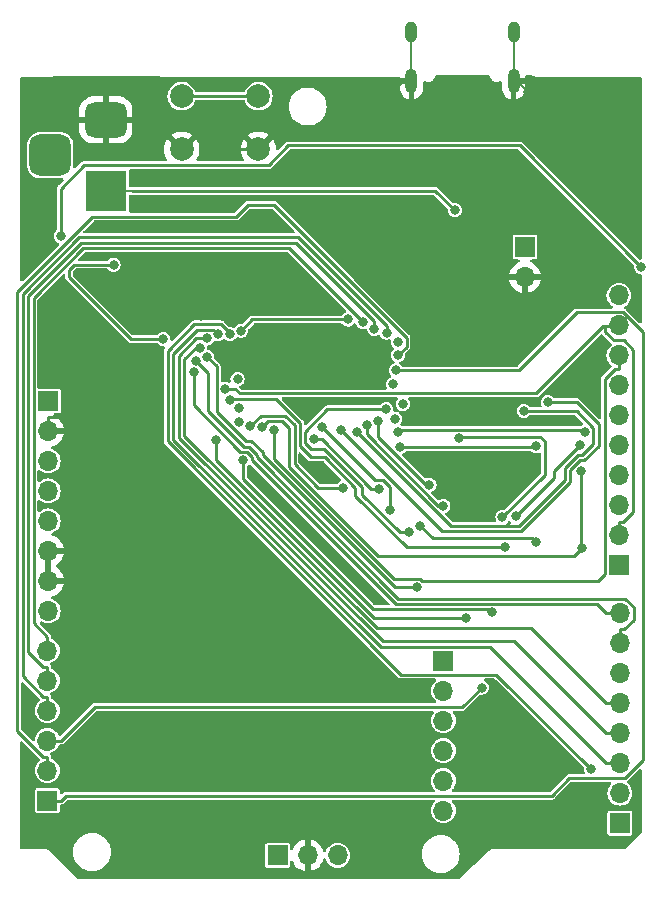
<source format=gbr>
%TF.GenerationSoftware,KiCad,Pcbnew,7.0.10*%
%TF.CreationDate,2024-01-11T23:08:57+05:30*%
%TF.ProjectId,rp2040-basic-m1,72703230-3430-42d6-9261-7369632d6d31,rev?*%
%TF.SameCoordinates,Original*%
%TF.FileFunction,Copper,L2,Bot*%
%TF.FilePolarity,Positive*%
%FSLAX46Y46*%
G04 Gerber Fmt 4.6, Leading zero omitted, Abs format (unit mm)*
G04 Created by KiCad (PCBNEW 7.0.10) date 2024-01-11 23:08:57*
%MOMM*%
%LPD*%
G01*
G04 APERTURE LIST*
G04 Aperture macros list*
%AMRoundRect*
0 Rectangle with rounded corners*
0 $1 Rounding radius*
0 $2 $3 $4 $5 $6 $7 $8 $9 X,Y pos of 4 corners*
0 Add a 4 corners polygon primitive as box body*
4,1,4,$2,$3,$4,$5,$6,$7,$8,$9,$2,$3,0*
0 Add four circle primitives for the rounded corners*
1,1,$1+$1,$2,$3*
1,1,$1+$1,$4,$5*
1,1,$1+$1,$6,$7*
1,1,$1+$1,$8,$9*
0 Add four rect primitives between the rounded corners*
20,1,$1+$1,$2,$3,$4,$5,0*
20,1,$1+$1,$4,$5,$6,$7,0*
20,1,$1+$1,$6,$7,$8,$9,0*
20,1,$1+$1,$8,$9,$2,$3,0*%
G04 Aperture macros list end*
%TA.AperFunction,ComponentPad*%
%ADD10R,1.700000X1.700000*%
%TD*%
%TA.AperFunction,ComponentPad*%
%ADD11O,1.700000X1.700000*%
%TD*%
%TA.AperFunction,ComponentPad*%
%ADD12C,2.000000*%
%TD*%
%TA.AperFunction,ComponentPad*%
%ADD13O,1.000000X2.100000*%
%TD*%
%TA.AperFunction,ComponentPad*%
%ADD14O,1.000000X1.800000*%
%TD*%
%TA.AperFunction,ComponentPad*%
%ADD15R,3.500000X3.500000*%
%TD*%
%TA.AperFunction,ComponentPad*%
%ADD16RoundRect,0.750000X-1.000000X0.750000X-1.000000X-0.750000X1.000000X-0.750000X1.000000X0.750000X0*%
%TD*%
%TA.AperFunction,ComponentPad*%
%ADD17RoundRect,0.875000X-0.875000X0.875000X-0.875000X-0.875000X0.875000X-0.875000X0.875000X0.875000X0*%
%TD*%
%TA.AperFunction,ViaPad*%
%ADD18C,0.800000*%
%TD*%
%TA.AperFunction,Conductor*%
%ADD19C,0.250000*%
%TD*%
%TA.AperFunction,Conductor*%
%ADD20C,0.200000*%
%TD*%
G04 APERTURE END LIST*
D10*
%TO.P,J7,1,Pin_1*%
%TO.N,Net-(J7-Pin_1)*%
X260300000Y-93170000D03*
D11*
%TO.P,J7,2,Pin_2*%
%TO.N,Net-(J7-Pin_2)*%
X260300000Y-95710000D03*
%TO.P,J7,3,Pin_3*%
%TO.N,Net-(J7-Pin_3)*%
X260300000Y-98250000D03*
%TO.P,J7,4,Pin_4*%
%TO.N,Net-(J7-Pin_4)*%
X260300000Y-100790000D03*
%TO.P,J7,5,Pin_5*%
%TO.N,Net-(J7-Pin_5)*%
X260300000Y-103330000D03*
%TO.P,J7,6,Pin_6*%
%TO.N,Net-(J7-Pin_6)*%
X260300000Y-105870000D03*
%TD*%
D12*
%TO.P,SW2,1,1*%
%TO.N,Net-(R6-Pad1)*%
X238150000Y-45375000D03*
X244650000Y-45375000D03*
%TO.P,SW2,2,2*%
%TO.N,GND*%
X238150000Y-49875000D03*
X244650000Y-49875000D03*
%TD*%
D10*
%TO.P,5V,1,Pin_1*%
%TO.N,Net-(D2-A)*%
X267210000Y-58150000D03*
D11*
%TO.P,5V,2,Pin_2*%
%TO.N,GND*%
X267210000Y-60690000D03*
%TD*%
D10*
%TO.P,J6,1,Pin_1*%
%TO.N,+3.3V*%
X226850000Y-71180000D03*
D11*
%TO.P,J6,2,Pin_2*%
%TO.N,GND*%
X226850000Y-73720000D03*
%TO.P,J6,3,Pin_3*%
%TO.N,+3.3V*%
X226850000Y-76260000D03*
%TO.P,J6,4,Pin_4*%
X226850000Y-78800000D03*
%TO.P,J6,5,Pin_5*%
X226850000Y-81340000D03*
%TO.P,J6,6,Pin_6*%
%TO.N,GND*%
X226850000Y-83880000D03*
%TO.P,J6,7,Pin_7*%
X226850000Y-86420000D03*
%TO.P,J6,8,Pin_8*%
%TO.N,+3.3V*%
X226850000Y-88960000D03*
%TD*%
D10*
%TO.P,J3,1,Pin_1*%
%TO.N,Net-(J3-Pin_1)*%
X275170000Y-85110000D03*
D11*
%TO.P,J3,2,Pin_2*%
%TO.N,Net-(J3-Pin_2)*%
X275170000Y-82570000D03*
%TO.P,J3,3,Pin_3*%
%TO.N,Net-(J3-Pin_3)*%
X275170000Y-80030000D03*
%TO.P,J3,4,Pin_4*%
%TO.N,Net-(J3-Pin_4)*%
X275170000Y-77490000D03*
%TO.P,J3,5,Pin_5*%
%TO.N,Net-(J3-Pin_5)*%
X275170000Y-74950000D03*
%TO.P,J3,6,Pin_6*%
%TO.N,Net-(J3-Pin_6)*%
X275170000Y-72410000D03*
%TO.P,J3,7,Pin_7*%
%TO.N,Net-(J3-Pin_7)*%
X275170000Y-69870000D03*
%TO.P,J3,8,Pin_8*%
%TO.N,Net-(J3-Pin_8)*%
X275170000Y-67330000D03*
%TO.P,J3,9,Pin_9*%
%TO.N,Net-(J3-Pin_9)*%
X275170000Y-64790000D03*
%TO.P,J3,10,Pin_10*%
%TO.N,Net-(J3-Pin_10)*%
X275170000Y-62250000D03*
%TD*%
D10*
%TO.P,J4,1,Pin_1*%
%TO.N,Net-(J4-Pin_1)*%
X275250000Y-106930000D03*
D11*
%TO.P,J4,2,Pin_2*%
%TO.N,Net-(J4-Pin_2)*%
X275250000Y-104390000D03*
%TO.P,J4,3,Pin_3*%
%TO.N,Net-(J4-Pin_3)*%
X275250000Y-101850000D03*
%TO.P,J4,4,Pin_4*%
%TO.N,Net-(J4-Pin_4)*%
X275250000Y-99310000D03*
%TO.P,J4,5,Pin_5*%
%TO.N,Net-(J4-Pin_5)*%
X275250000Y-96770000D03*
%TO.P,J4,6,Pin_6*%
%TO.N,Net-(J4-Pin_6)*%
X275250000Y-94230000D03*
%TO.P,J4,7,Pin_7*%
%TO.N,Net-(J4-Pin_7)*%
X275250000Y-91690000D03*
%TO.P,J4,8,Pin_8*%
%TO.N,Net-(J4-Pin_8)*%
X275250000Y-89150000D03*
%TD*%
D10*
%TO.P,J5,1,Pin_1*%
%TO.N,Net-(J5-Pin_1)*%
X226770000Y-105010000D03*
D11*
%TO.P,J5,2,Pin_2*%
%TO.N,Net-(J5-Pin_2)*%
X226770000Y-102470000D03*
%TO.P,J5,3,Pin_3*%
%TO.N,Net-(J5-Pin_3)*%
X226770000Y-99930000D03*
%TO.P,J5,4,Pin_4*%
%TO.N,Net-(J5-Pin_4)*%
X226770000Y-97390000D03*
%TO.P,J5,5,Pin_5*%
%TO.N,Net-(J5-Pin_5)*%
X226770000Y-94850000D03*
%TO.P,J5,6,Pin_6*%
%TO.N,Net-(J5-Pin_6)*%
X226770000Y-92310000D03*
%TD*%
D13*
%TO.P,J1,S1,SHIELD*%
%TO.N,GND*%
X266245000Y-44100000D03*
D14*
X266245000Y-39900000D03*
D13*
X257605000Y-44100000D03*
D14*
X257605000Y-39900000D03*
%TD*%
D15*
%TO.P,J9,1*%
%TO.N,VBUS*%
X231725000Y-53375000D03*
D16*
%TO.P,J9,2*%
%TO.N,GND*%
X231725000Y-47375000D03*
D17*
%TO.P,J9,3*%
%TO.N,unconnected-(J9-Pad3)*%
X227025000Y-50375000D03*
%TD*%
D10*
%TO.P,J8,1,Pin_1*%
%TO.N,Net-(J8-Pin_1)*%
X246270000Y-109650000D03*
D11*
%TO.P,J8,2,Pin_2*%
%TO.N,GND*%
X248810000Y-109650000D03*
%TO.P,J8,3,Pin_3*%
%TO.N,Net-(J8-Pin_3)*%
X251350000Y-109650000D03*
%TD*%
D18*
%TO.N,GND*%
X246530000Y-69810500D03*
X267450000Y-45020000D03*
X264920000Y-61200000D03*
X260350000Y-64460000D03*
X241900000Y-59012000D03*
X264478000Y-54729800D03*
X270931300Y-72761700D03*
X247660000Y-68028000D03*
X248775000Y-106875000D03*
X249400000Y-77180000D03*
X229372000Y-60408000D03*
X254518000Y-60408000D03*
X256425000Y-58425000D03*
X249946000Y-67012000D03*
X239325000Y-48550000D03*
X249946000Y-68028000D03*
X247660000Y-67012000D03*
X250730000Y-57152000D03*
X268450000Y-65590000D03*
X264972000Y-50287800D03*
X248676000Y-68028000D03*
X248608000Y-55363500D03*
X241200000Y-79872000D03*
X246970000Y-80392000D03*
X244544000Y-55363500D03*
X244040000Y-56412000D03*
X248676000Y-67012000D03*
X262432000Y-48763800D03*
X264236400Y-71446800D03*
X264548000Y-53029800D03*
X256160000Y-44900000D03*
X252910000Y-57292000D03*
X260595000Y-62415200D03*
X239786000Y-63964000D03*
X230879400Y-64056300D03*
X244610600Y-83276200D03*
X264180000Y-77210000D03*
X247660000Y-69044000D03*
X231230000Y-86430000D03*
%TO.N,+3.3V*%
X268146000Y-74971200D03*
X256650000Y-75049100D03*
%TO.N,VBUS*%
X261268000Y-55028200D03*
%TO.N,Net-(J3-Pin_3)*%
X242203000Y-71081300D03*
X265548000Y-83548000D03*
%TO.N,Net-(J3-Pin_4)*%
X243000000Y-71750000D03*
X241062000Y-74495300D03*
X262239000Y-89532600D03*
%TO.N,Net-(J3-Pin_5)*%
X271905600Y-74878700D03*
X266430500Y-80960400D03*
X264428000Y-89085000D03*
X242990000Y-72980000D03*
X243368000Y-76212000D03*
%TO.N,Net-(J3-Pin_6)*%
X272273400Y-73801500D03*
X243970000Y-73320000D03*
X251807000Y-78546000D03*
X256472000Y-73839300D03*
%TO.N,Net-(J3-Pin_7)*%
X244968055Y-73382379D03*
X272004000Y-83617300D03*
X271999300Y-77128600D03*
%TO.N,Net-(J3-Pin_8)*%
X245959056Y-73609600D03*
%TO.N,Net-(J3-Pin_9)*%
X251630000Y-73680000D03*
X269158000Y-71275000D03*
%TO.N,Net-(J3-Pin_10)*%
X252950000Y-73780000D03*
X267119000Y-72014600D03*
%TO.N,Net-(J4-Pin_5)*%
X239685000Y-66669100D03*
%TO.N,Net-(J4-Pin_6)*%
X268146000Y-83126100D03*
X258031000Y-86972500D03*
X240309000Y-67449900D03*
X258356000Y-81784400D03*
%TO.N,Net-(J4-Pin_7)*%
X239366000Y-67779900D03*
%TO.N,Net-(J4-Pin_8)*%
X239152000Y-68756400D03*
%TO.N,Net-(J5-Pin_1)*%
X256280000Y-68600000D03*
%TO.N,Net-(J5-Pin_2)*%
X256470000Y-67290000D03*
%TO.N,Net-(J5-Pin_3)*%
X261611000Y-74324200D03*
X265307000Y-81018900D03*
X263548000Y-95445700D03*
X256460000Y-66200000D03*
%TO.N,Net-(J5-Pin_4)*%
X255490000Y-65390000D03*
%TO.N,Net-(J5-Pin_5)*%
X254455000Y-65054100D03*
%TO.N,Net-(J5-Pin_6)*%
X253500000Y-64500000D03*
%TO.N,Net-(J7-Pin_1)*%
X253801000Y-73256600D03*
X260300000Y-80060500D03*
%TO.N,Net-(J7-Pin_2)*%
X259125000Y-78283800D03*
X254810000Y-72850000D03*
%TO.N,Net-(J3-Pin_1)*%
X236591000Y-65915500D03*
X227914000Y-57217800D03*
X277038500Y-59807800D03*
X242880000Y-69327500D03*
X232381000Y-59636800D03*
%TO.N,Net-(J3-Pin_2)*%
X241840000Y-70150000D03*
%TO.N,Net-(J4-Pin_1)*%
X243190000Y-65220000D03*
X252222000Y-64277400D03*
%TO.N,Net-(J4-Pin_2)*%
X272816000Y-102373000D03*
X242232000Y-65518800D03*
%TO.N,Net-(J4-Pin_3)*%
X241233000Y-65535000D03*
%TO.N,Net-(J4-Pin_4)*%
X240294000Y-65875900D03*
%TO.N,Net-(J7-Pin_3)*%
X257404000Y-82286400D03*
X255470000Y-71890000D03*
%TO.N,Net-(J7-Pin_4)*%
X256210000Y-72710000D03*
%TO.N,Net-(J7-Pin_5)*%
X256880000Y-71438900D03*
%TO.N,Net-(J7-Pin_6)*%
X256030000Y-69760000D03*
%TO.N,Net-(J8-Pin_1)*%
X249340000Y-74410000D03*
X254892000Y-78621900D03*
%TO.N,Net-(J8-Pin_3)*%
X255751000Y-80406200D03*
X250050000Y-73400000D03*
%TD*%
D19*
%TO.N,Net-(J3-Pin_8)*%
X275170000Y-68505100D02*
X275170000Y-67330000D01*
X274802800Y-68505100D02*
X275170000Y-68505100D01*
X273979000Y-69328900D02*
X274802800Y-68505100D01*
X273979000Y-85800900D02*
X273979000Y-69328900D01*
X273383100Y-86396800D02*
X273979000Y-85800900D01*
X258481000Y-86396800D02*
X273383100Y-86396800D01*
X258332000Y-86247400D02*
X258481000Y-86396800D01*
X256129000Y-86247400D02*
X258332000Y-86247400D01*
X245959056Y-73609600D02*
X245959056Y-76077456D01*
X245959056Y-76077456D02*
X256129000Y-86247400D01*
%TO.N,Net-(J3-Pin_7)*%
X271348000Y-84273100D02*
X272004000Y-83617300D01*
X247254000Y-76736000D02*
X254791000Y-84273100D01*
X247254000Y-73487500D02*
X247254000Y-76736000D01*
X246651000Y-72884600D02*
X247254000Y-73487500D01*
X245465834Y-72884600D02*
X246651000Y-72884600D01*
X244968055Y-73382379D02*
X245465834Y-72884600D01*
X254791000Y-84273100D02*
X271348000Y-84273100D01*
%TO.N,GND*%
X226850000Y-72544900D02*
X227657900Y-72544900D01*
X261227000Y-64460000D02*
X261240000Y-64447000D01*
X236230000Y-60408000D02*
X239786000Y-63964000D01*
D20*
X256960000Y-44100000D02*
X256160000Y-44900000D01*
D19*
X241900000Y-61850000D02*
X241900000Y-59012000D01*
X230879400Y-69323400D02*
X230879400Y-64056300D01*
D20*
X268120000Y-65920000D02*
X268105000Y-65920000D01*
D19*
X249946000Y-68028000D02*
X248676000Y-68028000D01*
X231725000Y-47375000D02*
X235800000Y-47375000D01*
X231230000Y-86430000D02*
X238046200Y-86430000D01*
X260350000Y-64460000D02*
X261227000Y-64460000D01*
X264920000Y-61200000D02*
X261240000Y-61200000D01*
X264478000Y-54729800D02*
X261240000Y-57968100D01*
X250396000Y-57152000D02*
X248608000Y-55363500D01*
X265551300Y-72761700D02*
X270931300Y-72761700D01*
X247660000Y-68028000D02*
X248676000Y-68028000D01*
X264548000Y-53029800D02*
X264972000Y-52605800D01*
X264478000Y-54729800D02*
X264478000Y-53099800D01*
X226850000Y-86420000D02*
X228025000Y-86420000D01*
X261240000Y-61200000D02*
X261240000Y-62415200D01*
X239786000Y-63964000D02*
X241900000Y-61850000D01*
X228035000Y-86430000D02*
X231230000Y-86430000D01*
X264478000Y-53099800D02*
X264548000Y-53029800D01*
D20*
X266245000Y-44100000D02*
X266530000Y-44100000D01*
D19*
X261240000Y-62415200D02*
X261240000Y-64447000D01*
D20*
X268450000Y-65590000D02*
X268120000Y-65920000D01*
D19*
X260595000Y-62415200D02*
X261240000Y-62415200D01*
X258800000Y-60408000D02*
X254518000Y-60408000D01*
X261240000Y-57968100D02*
X261240000Y-61200000D01*
X240650000Y-49875000D02*
X239325000Y-48550000D01*
X254043000Y-58425000D02*
X252910000Y-57292000D01*
D20*
X257605000Y-39900000D02*
X257605000Y-44100000D01*
D19*
X261258000Y-64465000D02*
X266650000Y-64465000D01*
X264972000Y-52605800D02*
X264972000Y-50287800D01*
X226850000Y-73720000D02*
X226850000Y-72544900D01*
X252770000Y-57152000D02*
X250730000Y-57152000D01*
X250730000Y-57152000D02*
X250396000Y-57152000D01*
D20*
X268105000Y-65920000D02*
X266650000Y-64465000D01*
D19*
X235800000Y-47375000D02*
X238150000Y-49725000D01*
X244650000Y-49875000D02*
X240650000Y-49875000D01*
X239325000Y-48550000D02*
X238150000Y-49725000D01*
D20*
X266245000Y-39900000D02*
X266245000Y-44100000D01*
X257605000Y-44100000D02*
X256960000Y-44100000D01*
D19*
X238046200Y-86430000D02*
X241200000Y-83276200D01*
X241200000Y-83276200D02*
X241200000Y-80392000D01*
X252910000Y-57292000D02*
X252770000Y-57152000D01*
D20*
X266530000Y-44100000D02*
X267450000Y-45020000D01*
D19*
X227657900Y-72544900D02*
X230879400Y-69323400D01*
X261240000Y-57968100D02*
X258800000Y-60408000D01*
X228025000Y-86420000D02*
X228035000Y-86430000D01*
X238150000Y-49725000D02*
X238150000Y-49875000D01*
X261240000Y-64447000D02*
X261258000Y-64465000D01*
X264236400Y-71446800D02*
X265551300Y-72761700D01*
X241200000Y-83276200D02*
X244610600Y-83276200D01*
X229372000Y-60408000D02*
X236230000Y-60408000D01*
X256425000Y-58425000D02*
X254043000Y-58425000D01*
X241200000Y-80392000D02*
X241200000Y-79872000D01*
%TO.N,+3.3V*%
X268068000Y-75049300D02*
X268146000Y-74971200D01*
X256650000Y-75049300D02*
X268068000Y-75049300D01*
X256650000Y-75049100D02*
X256650000Y-75049300D01*
%TO.N,VBUS*%
X233900000Y-53375000D02*
X259614000Y-53375000D01*
D20*
X233900000Y-53375000D02*
X231725000Y-53375000D01*
D19*
X259614000Y-53375000D02*
X261268000Y-55028200D01*
%TO.N,Net-(R6-Pad1)*%
X244650000Y-45375000D02*
X238150000Y-45375000D01*
%TO.N,Net-(J3-Pin_3)*%
X252841000Y-79191800D02*
X252841000Y-78522100D01*
X248154000Y-73026500D02*
X246133000Y-71005300D01*
X248154000Y-75017300D02*
X248154000Y-73026500D01*
X246133000Y-71005300D02*
X242279000Y-71005300D01*
X249096000Y-75959000D02*
X248154000Y-75017300D01*
X252841000Y-78522100D02*
X250278000Y-75959000D01*
X242279000Y-71005300D02*
X242203000Y-71081300D01*
X265548000Y-83548000D02*
X257198000Y-83548000D01*
X250278000Y-75959000D02*
X249096000Y-75959000D01*
X257198000Y-83548000D02*
X252841000Y-79191800D01*
%TO.N,Net-(J3-Pin_4)*%
X241062000Y-76148300D02*
X241062000Y-74495300D01*
X254446000Y-89532600D02*
X241062000Y-76148300D01*
X262239000Y-89532600D02*
X254446000Y-89532600D01*
%TO.N,Net-(J3-Pin_5)*%
X264151000Y-88807500D02*
X254358000Y-88807500D01*
X271905600Y-74878700D02*
X269659600Y-77124700D01*
X269659600Y-77124700D02*
X269659600Y-77731300D01*
X269659600Y-77731300D02*
X266430500Y-80960400D01*
X264428000Y-89085000D02*
X264151000Y-88807500D01*
X254358000Y-88807500D02*
X243368000Y-77817300D01*
X243368000Y-77817300D02*
X243368000Y-76212000D01*
%TO.N,Net-(J3-Pin_6)*%
X256712000Y-73599100D02*
X256472000Y-73839300D01*
X247704000Y-76549500D02*
X249700000Y-78546000D01*
X246909000Y-72434400D02*
X247704000Y-73229200D01*
X247704000Y-73229200D02*
X247704000Y-76549500D01*
X249700000Y-78546000D02*
X251807000Y-78546000D01*
X244856000Y-72434400D02*
X246909000Y-72434400D01*
X272434000Y-73599100D02*
X272071000Y-73599100D01*
X272071000Y-73599100D02*
X272273400Y-73801500D01*
X272071000Y-73599100D02*
X256712000Y-73599100D01*
X243970000Y-73320000D02*
X244856000Y-72434400D01*
%TO.N,Net-(J3-Pin_7)*%
X271999300Y-83612600D02*
X271999300Y-77128600D01*
X272004000Y-83617300D02*
X271999300Y-83612600D01*
%TO.N,Net-(J3-Pin_9)*%
X271903600Y-76198700D02*
X271038600Y-77063700D01*
X273448700Y-73146100D02*
X273448700Y-74997900D01*
X260176000Y-82225900D02*
X251630000Y-73680000D01*
X271038600Y-78040500D02*
X266853200Y-82225900D01*
X271038600Y-77063700D02*
X271038600Y-78040500D01*
X272247900Y-76198700D02*
X271903600Y-76198700D01*
X271577600Y-71275000D02*
X273448700Y-73146100D01*
X269158000Y-71275000D02*
X271577600Y-71275000D01*
X273448700Y-74997900D02*
X272247900Y-76198700D01*
X266853200Y-82225900D02*
X260176000Y-82225900D01*
%TO.N,Net-(J3-Pin_10)*%
X265607000Y-81744000D02*
X265891000Y-81459800D01*
X271717100Y-75748600D02*
X270588500Y-76877200D01*
X272998600Y-74811400D02*
X272061400Y-75748600D01*
X272998600Y-73436900D02*
X272998600Y-74811400D01*
X272061400Y-75748600D02*
X271717100Y-75748600D01*
X260914000Y-81744000D02*
X265607000Y-81744000D01*
X270588500Y-76877200D02*
X270588500Y-77832000D01*
X266676500Y-81744000D02*
X265607000Y-81744000D01*
X252950000Y-73780000D02*
X260914000Y-81744000D01*
X270588500Y-77832000D02*
X266676500Y-81744000D01*
X267119000Y-72014600D02*
X271576300Y-72014600D01*
X271576300Y-72014600D02*
X272998600Y-73436900D01*
%TO.N,Net-(J4-Pin_5)*%
X274075000Y-96770000D02*
X267738000Y-90432800D01*
X238384000Y-67661700D02*
X239376000Y-66669100D01*
X267738000Y-90432800D02*
X254710000Y-90432800D01*
X239376000Y-66669100D02*
X239685000Y-66669100D01*
X275250000Y-96770000D02*
X274075000Y-96770000D01*
X238384000Y-74106700D02*
X238384000Y-67661700D01*
X254710000Y-90432800D02*
X238384000Y-74106700D01*
%TO.N,Net-(J4-Pin_6)*%
X241112000Y-68253200D02*
X240309000Y-67449900D01*
X258031000Y-86972500D02*
X256192000Y-86972500D01*
X259395000Y-82822900D02*
X258356000Y-81784400D01*
X267843000Y-82822900D02*
X259395000Y-82822900D01*
X241112000Y-72128700D02*
X241112000Y-68253200D01*
X244993000Y-75538600D02*
X244041000Y-74586700D01*
X244041000Y-74586700D02*
X243570000Y-74586700D01*
X243570000Y-74586700D02*
X241112000Y-72128700D01*
X244993000Y-75774000D02*
X244993000Y-75538600D01*
X256192000Y-86972500D02*
X244993000Y-75774000D01*
X268146000Y-83126100D02*
X267843000Y-82822900D01*
%TO.N,Net-(J4-Pin_7)*%
X244543000Y-75725100D02*
X243855000Y-75036800D01*
X243384000Y-75036800D02*
X240408000Y-72060600D01*
X244543000Y-75960500D02*
X244543000Y-75725100D01*
X240408000Y-72060600D02*
X240408000Y-68821400D01*
X243855000Y-75036800D02*
X243384000Y-75036800D01*
X275617000Y-90514900D02*
X276427000Y-89705100D01*
X275694000Y-87907300D02*
X256490000Y-87907300D01*
X276427000Y-88640200D02*
X275694000Y-87907300D01*
X240408000Y-68821400D02*
X239366000Y-67779900D01*
X276427000Y-89705100D02*
X276427000Y-88640200D01*
X275250000Y-91690000D02*
X275250000Y-90514900D01*
X275250000Y-90514900D02*
X275617000Y-90514900D01*
X256490000Y-87907300D02*
X244543000Y-75960500D01*
%TO.N,Net-(J4-Pin_8)*%
X243668000Y-75486900D02*
X243118000Y-75486900D01*
X275250000Y-89150000D02*
X274075000Y-89150000D01*
X273282000Y-88357400D02*
X256263000Y-88357400D01*
X239152000Y-71521300D02*
X239152000Y-68756400D01*
X244093000Y-76186900D02*
X244093000Y-75911600D01*
X243118000Y-75486900D02*
X239152000Y-71521300D01*
X244093000Y-75911600D02*
X243668000Y-75486900D01*
X274075000Y-89150000D02*
X273282000Y-88357400D01*
X256263000Y-88357400D02*
X244093000Y-76186900D01*
%TO.N,Net-(J5-Pin_1)*%
X266682000Y-68600000D02*
X256280000Y-68600000D01*
X277178000Y-101600000D02*
X277178000Y-65341000D01*
X227945000Y-105010000D02*
X228355000Y-104600000D01*
X226770000Y-105010000D02*
X227945000Y-105010000D01*
X277178000Y-65341000D02*
X275515000Y-63678400D01*
X271604000Y-63678400D02*
X266682000Y-68600000D01*
X270967000Y-103120000D02*
X275658000Y-103120000D01*
X275658000Y-103120000D02*
X277178000Y-101600000D01*
X269487000Y-104600000D02*
X270967000Y-103120000D01*
X275515000Y-63678400D02*
X271604000Y-63678400D01*
X228355000Y-104600000D02*
X269487000Y-104600000D01*
%TO.N,Net-(J5-Pin_2)*%
X243739000Y-54590100D02*
X242761000Y-55568500D01*
X257186000Y-66574200D02*
X257186000Y-65812600D01*
X226770000Y-101295000D02*
X226770000Y-102470000D01*
X224225000Y-99117300D02*
X226403000Y-101295000D01*
X224225000Y-61931900D02*
X224225000Y-99117300D01*
X230589000Y-55568500D02*
X224225000Y-61931900D01*
X245963000Y-54590100D02*
X243739000Y-54590100D01*
X242761000Y-55568500D02*
X230589000Y-55568500D01*
X257186000Y-65812600D02*
X245963000Y-54590100D01*
X256470000Y-67290000D02*
X257186000Y-66574200D01*
X226403000Y-101295000D02*
X226770000Y-101295000D01*
%TO.N,Net-(J5-Pin_3)*%
X226770000Y-99930000D02*
X227945000Y-99930000D01*
X227945000Y-99930000D02*
X230800000Y-97074800D01*
X268871000Y-77454500D02*
X268871000Y-74605100D01*
X268499000Y-74233100D02*
X261702000Y-74233100D01*
X261919000Y-97074800D02*
X263548000Y-95445700D01*
X265307000Y-81018900D02*
X268871000Y-77454500D01*
X268871000Y-74605100D02*
X268499000Y-74233100D01*
X230800000Y-97074800D02*
X261919000Y-97074800D01*
X261702000Y-74233100D02*
X261611000Y-74324200D01*
%TO.N,Net-(J5-Pin_4)*%
X224687000Y-94498900D02*
X226403000Y-96214900D01*
X224687000Y-62106900D02*
X224687000Y-94498900D01*
X229479000Y-57314400D02*
X224687000Y-62106900D01*
X226403000Y-96214900D02*
X226770000Y-96214900D01*
X255490000Y-64826000D02*
X247978000Y-57314400D01*
X255490000Y-65390000D02*
X255490000Y-64826000D01*
X247978000Y-57314400D02*
X229479000Y-57314400D01*
X226770000Y-96214900D02*
X226770000Y-97390000D01*
%TO.N,Net-(J5-Pin_5)*%
X254455000Y-65054100D02*
X254455000Y-64427600D01*
X225145000Y-62285100D02*
X225145000Y-92417300D01*
X226770000Y-93674900D02*
X226770000Y-94850000D01*
X225145000Y-92417300D02*
X226403000Y-93674900D01*
X254455000Y-64427600D02*
X247792000Y-57764600D01*
X226403000Y-93674900D02*
X226770000Y-93674900D01*
X229666000Y-57764600D02*
X225145000Y-62285100D01*
X247792000Y-57764600D02*
X229666000Y-57764600D01*
%TO.N,Net-(J5-Pin_6)*%
X247236000Y-58236200D02*
X229831000Y-58236200D01*
X225611000Y-62455900D02*
X225611000Y-89975900D01*
X229831000Y-58236200D02*
X225611000Y-62455900D01*
X253500000Y-64500000D02*
X247236000Y-58236200D01*
X225611000Y-89975900D02*
X226770000Y-91134900D01*
X226770000Y-91134900D02*
X226770000Y-92310000D01*
%TO.N,Net-(J7-Pin_1)*%
X253801000Y-73256600D02*
X253801000Y-73985300D01*
X253801000Y-73985300D02*
X259876000Y-80060400D01*
X260300000Y-80060400D02*
X260300000Y-80060500D01*
X259876000Y-80060400D02*
X260300000Y-80060400D01*
%TO.N,Net-(J7-Pin_2)*%
X254810000Y-74234600D02*
X258859000Y-78283800D01*
X258859000Y-78283800D02*
X259125000Y-78283800D01*
X254810000Y-72850000D02*
X254810000Y-74234600D01*
%TO.N,Net-(J3-Pin_1)*%
X245523000Y-51202300D02*
X229906000Y-51202300D01*
X247176000Y-49548800D02*
X245523000Y-51202300D01*
X229906000Y-51202300D02*
X227914000Y-53194900D01*
X265268000Y-49548800D02*
X266779500Y-49548800D01*
X266779500Y-49548800D02*
X277038500Y-59807800D01*
X233831000Y-65915500D02*
X228622000Y-60706800D01*
X236591000Y-65915500D02*
X233831000Y-65915500D01*
X228622000Y-60706800D02*
X228622000Y-60081300D01*
X229067000Y-59636800D02*
X232381000Y-59636800D01*
X265268000Y-49548800D02*
X247176000Y-49548800D01*
X228622000Y-60081300D02*
X229067000Y-59636800D01*
X227914000Y-53194900D02*
X227914000Y-57217800D01*
%TO.N,Net-(J3-Pin_2)*%
X275537200Y-81394900D02*
X276362400Y-80569700D01*
X273850000Y-64855000D02*
X268169000Y-70535500D01*
X242677000Y-70150000D02*
X241840000Y-70150000D01*
X273994800Y-65307000D02*
X273994800Y-64855000D01*
X268169000Y-70535500D02*
X243062000Y-70535500D01*
X273994800Y-64855000D02*
X273850000Y-64855000D01*
X274747800Y-66060000D02*
X273994800Y-65307000D01*
X275579900Y-66060000D02*
X274747800Y-66060000D01*
X275025000Y-64855000D02*
X273994800Y-64855000D01*
X276362400Y-66842500D02*
X275579900Y-66060000D01*
X243062000Y-70535500D02*
X242677000Y-70150000D01*
X276362400Y-80569700D02*
X276362400Y-66842500D01*
X275170000Y-81394900D02*
X275537200Y-81394900D01*
X275170000Y-82570000D02*
X275170000Y-81394900D01*
%TO.N,Net-(J4-Pin_1)*%
X244133000Y-64277400D02*
X243190000Y-65220000D01*
X252222000Y-64277400D02*
X244133000Y-64277400D01*
%TO.N,Net-(J4-Pin_2)*%
X239229000Y-64691200D02*
X236970000Y-66949500D01*
X236970000Y-74603000D02*
X256712000Y-94345200D01*
X256712000Y-94345200D02*
X264788000Y-94345200D01*
X236970000Y-66949500D02*
X236970000Y-74603000D01*
X242232000Y-65440700D02*
X241482000Y-64691200D01*
X264788000Y-94345200D02*
X272816000Y-102373000D01*
X242232000Y-65518800D02*
X242232000Y-65440700D01*
X241482000Y-64691200D02*
X239229000Y-64691200D01*
%TO.N,Net-(J4-Pin_3)*%
X274075000Y-101850000D02*
X264220000Y-91994800D01*
X275250000Y-101850000D02*
X274075000Y-101850000D01*
X254999000Y-91994800D02*
X237451000Y-74446900D01*
X237451000Y-74446900D02*
X237451000Y-67175300D01*
X239485000Y-65141400D02*
X240839000Y-65141400D01*
X237451000Y-67175300D02*
X239485000Y-65141400D01*
X240839000Y-65141400D02*
X241233000Y-65535000D01*
X264220000Y-91994800D02*
X254999000Y-91994800D01*
%TO.N,Net-(J4-Pin_4)*%
X255185000Y-91544700D02*
X237922000Y-74281500D01*
X237922000Y-74281500D02*
X237922000Y-67355800D01*
X274075000Y-99310000D02*
X266310000Y-91544700D01*
X266310000Y-91544700D02*
X255185000Y-91544700D01*
X237922000Y-67355800D02*
X239402000Y-65875900D01*
X275250000Y-99310000D02*
X274075000Y-99310000D01*
X239402000Y-65875900D02*
X240294000Y-65875900D01*
%TO.N,Net-(J7-Pin_3)*%
X250481000Y-71890000D02*
X255470000Y-71890000D01*
X253450000Y-78494600D02*
X250240000Y-75283900D01*
X253450000Y-79131200D02*
X253450000Y-78494600D01*
X257404000Y-82286400D02*
X257404000Y-82286300D01*
X248604000Y-74762400D02*
X248604000Y-73766900D01*
X250240000Y-75283900D02*
X249126000Y-75283900D01*
X248604000Y-73766900D02*
X250481000Y-71890000D01*
X256606000Y-82286300D02*
X253450000Y-79131200D01*
X249126000Y-75283900D02*
X248604000Y-74762400D01*
X257404000Y-82286300D02*
X256606000Y-82286300D01*
%TO.N,Net-(J8-Pin_1)*%
X254892000Y-78621900D02*
X254214000Y-78621900D01*
X250002000Y-74410000D02*
X249340000Y-74410000D01*
X254214000Y-78621900D02*
X250002000Y-74410000D01*
%TO.N,Net-(J8-Pin_3)*%
X254547000Y-77896800D02*
X255193000Y-77896800D01*
X255193000Y-77896800D02*
X255751000Y-78455000D01*
X255751000Y-78455000D02*
X255751000Y-80406200D01*
X250050000Y-73400000D02*
X254547000Y-77896800D01*
%TD*%
%TA.AperFunction,Conductor*%
%TO.N,GND*%
G36*
X264668853Y-94690385D02*
G01*
X264689493Y-94707017D01*
X272104744Y-102122082D01*
X272183986Y-102201322D01*
X272217472Y-102262644D01*
X272219245Y-102305189D01*
X272210318Y-102372998D01*
X272210318Y-102373001D01*
X272230955Y-102529760D01*
X272230956Y-102529762D01*
X272269596Y-102623047D01*
X272277065Y-102692517D01*
X272245790Y-102754996D01*
X272185701Y-102790648D01*
X272155035Y-102794500D01*
X270986628Y-102794500D01*
X270975819Y-102794028D01*
X270938192Y-102790735D01*
X270938191Y-102790735D01*
X270901703Y-102800512D01*
X270891148Y-102802852D01*
X270853960Y-102809410D01*
X270848961Y-102811229D01*
X270832117Y-102818206D01*
X270827313Y-102820446D01*
X270796381Y-102842105D01*
X270787264Y-102847914D01*
X270754548Y-102866804D01*
X270754540Y-102866810D01*
X270730262Y-102895743D01*
X270722956Y-102903716D01*
X269388493Y-104238181D01*
X269327170Y-104271666D01*
X269300812Y-104274500D01*
X261146018Y-104274500D01*
X261078979Y-104254815D01*
X261033224Y-104202011D01*
X261023280Y-104132853D01*
X261050164Y-104071836D01*
X261096440Y-104015448D01*
X261177685Y-103916450D01*
X261275232Y-103733954D01*
X261335300Y-103535934D01*
X261355583Y-103330000D01*
X261335300Y-103124066D01*
X261275232Y-102926046D01*
X261177685Y-102743550D01*
X261105955Y-102656146D01*
X261046410Y-102583589D01*
X260886452Y-102452317D01*
X260886453Y-102452317D01*
X260886450Y-102452315D01*
X260703954Y-102354768D01*
X260505934Y-102294700D01*
X260505932Y-102294699D01*
X260505934Y-102294699D01*
X260300000Y-102274417D01*
X260094067Y-102294699D01*
X259896043Y-102354769D01*
X259856277Y-102376025D01*
X259713550Y-102452315D01*
X259713548Y-102452316D01*
X259713547Y-102452317D01*
X259553589Y-102583589D01*
X259422317Y-102743547D01*
X259422315Y-102743550D01*
X259391868Y-102800512D01*
X259324769Y-102926043D01*
X259264699Y-103124067D01*
X259244417Y-103330000D01*
X259264699Y-103535932D01*
X259280235Y-103587147D01*
X259324768Y-103733954D01*
X259422315Y-103916450D01*
X259422317Y-103916452D01*
X259549836Y-104071836D01*
X259577148Y-104136146D01*
X259565357Y-104205013D01*
X259518204Y-104256573D01*
X259453982Y-104274500D01*
X228374628Y-104274500D01*
X228363819Y-104274028D01*
X228326192Y-104270735D01*
X228326191Y-104270735D01*
X228289703Y-104280512D01*
X228279148Y-104282852D01*
X228241960Y-104289410D01*
X228236961Y-104291229D01*
X228220117Y-104298206D01*
X228215313Y-104300446D01*
X228184381Y-104322105D01*
X228175264Y-104327914D01*
X228142548Y-104346804D01*
X228142540Y-104346810D01*
X228118262Y-104375743D01*
X228110956Y-104383716D01*
X228032180Y-104462492D01*
X227970859Y-104495977D01*
X227901167Y-104490993D01*
X227845233Y-104449122D01*
X227820816Y-104383658D01*
X227820500Y-104374811D01*
X227820500Y-104140249D01*
X227820499Y-104140247D01*
X227808868Y-104081770D01*
X227808867Y-104081769D01*
X227764552Y-104015447D01*
X227698230Y-103971132D01*
X227698229Y-103971131D01*
X227639752Y-103959500D01*
X227639748Y-103959500D01*
X225900252Y-103959500D01*
X225900247Y-103959500D01*
X225841770Y-103971131D01*
X225841769Y-103971132D01*
X225775447Y-104015447D01*
X225731132Y-104081769D01*
X225731131Y-104081770D01*
X225719500Y-104140247D01*
X225719500Y-105879752D01*
X225731131Y-105938229D01*
X225731132Y-105938230D01*
X225775447Y-106004552D01*
X225841769Y-106048867D01*
X225841770Y-106048868D01*
X225900247Y-106060499D01*
X225900250Y-106060500D01*
X225900252Y-106060500D01*
X227639750Y-106060500D01*
X227639751Y-106060499D01*
X227654568Y-106057552D01*
X227698229Y-106048868D01*
X227698229Y-106048867D01*
X227698231Y-106048867D01*
X227764552Y-106004552D01*
X227808867Y-105938231D01*
X227808867Y-105938229D01*
X227808868Y-105938229D01*
X227820499Y-105879752D01*
X227820500Y-105879750D01*
X227820500Y-105461173D01*
X227840185Y-105394134D01*
X227892989Y-105348379D01*
X227955308Y-105337645D01*
X227973807Y-105339264D01*
X228010319Y-105329479D01*
X228020830Y-105327149D01*
X228058045Y-105320588D01*
X228058050Y-105320584D01*
X228063099Y-105318747D01*
X228079824Y-105311819D01*
X228084681Y-105309554D01*
X228084684Y-105309554D01*
X228115625Y-105287887D01*
X228124744Y-105282079D01*
X228157455Y-105263194D01*
X228157457Y-105263192D01*
X228181736Y-105234256D01*
X228189025Y-105226300D01*
X228453508Y-104961816D01*
X228514830Y-104928334D01*
X228541188Y-104925500D01*
X259453982Y-104925500D01*
X259521021Y-104945185D01*
X259566776Y-104997989D01*
X259576720Y-105067147D01*
X259549836Y-105128164D01*
X259439021Y-105263194D01*
X259422315Y-105283550D01*
X259394547Y-105335500D01*
X259324769Y-105466043D01*
X259264699Y-105664067D01*
X259244417Y-105870000D01*
X259264699Y-106075932D01*
X259264700Y-106075934D01*
X259324768Y-106273954D01*
X259422315Y-106456450D01*
X259422317Y-106456452D01*
X259553589Y-106616410D01*
X259650209Y-106695702D01*
X259713550Y-106747685D01*
X259896046Y-106845232D01*
X260094066Y-106905300D01*
X260094065Y-106905300D01*
X260112529Y-106907118D01*
X260300000Y-106925583D01*
X260505934Y-106905300D01*
X260703954Y-106845232D01*
X260886450Y-106747685D01*
X261046410Y-106616410D01*
X261177685Y-106456450D01*
X261275232Y-106273954D01*
X261335300Y-106075934D01*
X261355583Y-105870000D01*
X261335300Y-105664066D01*
X261275232Y-105466046D01*
X261177685Y-105283550D01*
X261050164Y-105128164D01*
X261022852Y-105063854D01*
X261034643Y-104994987D01*
X261081796Y-104943427D01*
X261146018Y-104925500D01*
X269467372Y-104925500D01*
X269478180Y-104925971D01*
X269515807Y-104929264D01*
X269552319Y-104919479D01*
X269562830Y-104917149D01*
X269600045Y-104910588D01*
X269600050Y-104910584D01*
X269605099Y-104908747D01*
X269621824Y-104901819D01*
X269626681Y-104899554D01*
X269626684Y-104899554D01*
X269657625Y-104877887D01*
X269666744Y-104872079D01*
X269699455Y-104853194D01*
X269699457Y-104853192D01*
X269723736Y-104824256D01*
X269731036Y-104816288D01*
X271065507Y-103481819D01*
X271126830Y-103448334D01*
X271153188Y-103445500D01*
X274403982Y-103445500D01*
X274471021Y-103465185D01*
X274516776Y-103517989D01*
X274526720Y-103587147D01*
X274499836Y-103648164D01*
X274372317Y-103803547D01*
X274274769Y-103986043D01*
X274214699Y-104184067D01*
X274194417Y-104390000D01*
X274214699Y-104595932D01*
X274244734Y-104694944D01*
X274274768Y-104793954D01*
X274372315Y-104976450D01*
X274406969Y-105018677D01*
X274503589Y-105136410D01*
X274600209Y-105215702D01*
X274663550Y-105267685D01*
X274846046Y-105365232D01*
X275044066Y-105425300D01*
X275044065Y-105425300D01*
X275062529Y-105427118D01*
X275250000Y-105445583D01*
X275455934Y-105425300D01*
X275653954Y-105365232D01*
X275836450Y-105267685D01*
X275996410Y-105136410D01*
X276127685Y-104976450D01*
X276225232Y-104793954D01*
X276285300Y-104595934D01*
X276305583Y-104390000D01*
X276285300Y-104184066D01*
X276225232Y-103986046D01*
X276127685Y-103803550D01*
X276070569Y-103733954D01*
X275996410Y-103643589D01*
X275884362Y-103551635D01*
X275845027Y-103493889D01*
X275843156Y-103424044D01*
X275868036Y-103376077D01*
X275894738Y-103344254D01*
X275902036Y-103336288D01*
X276875672Y-102362652D01*
X276936993Y-102329169D01*
X277006685Y-102334153D01*
X277062618Y-102376025D01*
X277087035Y-102441489D01*
X277087351Y-102450354D01*
X277086544Y-107676917D01*
X277066849Y-107743954D01*
X277050225Y-107764579D01*
X275734369Y-109080436D01*
X275673046Y-109113921D01*
X275646797Y-109116755D01*
X264569658Y-109126456D01*
X264552158Y-109125230D01*
X264525783Y-109121494D01*
X264525778Y-109121494D01*
X264491473Y-109125668D01*
X264484721Y-109126303D01*
X264481237Y-109126534D01*
X264447056Y-109131064D01*
X264445746Y-109131231D01*
X264373017Y-109140081D01*
X264370820Y-109140672D01*
X264369533Y-109141011D01*
X264367401Y-109141559D01*
X264299702Y-109169670D01*
X264298477Y-109170171D01*
X264230534Y-109197535D01*
X264228623Y-109198641D01*
X264227489Y-109199289D01*
X264225482Y-109200421D01*
X264167418Y-109245055D01*
X264166368Y-109245853D01*
X264138783Y-109266594D01*
X264136146Y-109268861D01*
X264130901Y-109273126D01*
X264110446Y-109288852D01*
X264103478Y-109294209D01*
X264103473Y-109294214D01*
X264087277Y-109315359D01*
X264075654Y-109328494D01*
X261747732Y-111611125D01*
X261686083Y-111644006D01*
X261660954Y-111646587D01*
X229458940Y-111656411D01*
X229391894Y-111636747D01*
X229372086Y-111620949D01*
X227066277Y-109360000D01*
X228954551Y-109360000D01*
X228974317Y-109611151D01*
X229033126Y-109856110D01*
X229129533Y-110088859D01*
X229261160Y-110303653D01*
X229261161Y-110303656D01*
X229316604Y-110368571D01*
X229424776Y-110495224D01*
X229521964Y-110578230D01*
X229616343Y-110658838D01*
X229616346Y-110658839D01*
X229831140Y-110790466D01*
X229947924Y-110838839D01*
X230063889Y-110886873D01*
X230308852Y-110945683D01*
X230497118Y-110960500D01*
X230497126Y-110960500D01*
X230622874Y-110960500D01*
X230622882Y-110960500D01*
X230811148Y-110945683D01*
X231056111Y-110886873D01*
X231288859Y-110790466D01*
X231503659Y-110658836D01*
X231666505Y-110519752D01*
X245219500Y-110519752D01*
X245231131Y-110578229D01*
X245231132Y-110578230D01*
X245275447Y-110644552D01*
X245341769Y-110688867D01*
X245341770Y-110688868D01*
X245400247Y-110700499D01*
X245400250Y-110700500D01*
X245400252Y-110700500D01*
X247139750Y-110700500D01*
X247139751Y-110700499D01*
X247154568Y-110697552D01*
X247198229Y-110688868D01*
X247198229Y-110688867D01*
X247198231Y-110688867D01*
X247264552Y-110644552D01*
X247308867Y-110578231D01*
X247308867Y-110578229D01*
X247308868Y-110578229D01*
X247318922Y-110527682D01*
X247320500Y-110519748D01*
X247320500Y-110209456D01*
X247340185Y-110142417D01*
X247392989Y-110096662D01*
X247462147Y-110086718D01*
X247525703Y-110115743D01*
X247556882Y-110157051D01*
X247636400Y-110327578D01*
X247771894Y-110521082D01*
X247938917Y-110688105D01*
X248132421Y-110823600D01*
X248346507Y-110923429D01*
X248346516Y-110923433D01*
X248560000Y-110980634D01*
X248560000Y-110085501D01*
X248667685Y-110134680D01*
X248774237Y-110150000D01*
X248845763Y-110150000D01*
X248952315Y-110134680D01*
X249060000Y-110085501D01*
X249060000Y-110980633D01*
X249273483Y-110923433D01*
X249273492Y-110923429D01*
X249487578Y-110823600D01*
X249681082Y-110688105D01*
X249848105Y-110521082D01*
X249983600Y-110327578D01*
X250083429Y-110113492D01*
X250083433Y-110113483D01*
X250116158Y-109991350D01*
X250152522Y-109931690D01*
X250215369Y-109901160D01*
X250284745Y-109909454D01*
X250338623Y-109953939D01*
X250354593Y-109987447D01*
X250374768Y-110053954D01*
X250472315Y-110236450D01*
X250497677Y-110267354D01*
X250603589Y-110396410D01*
X250700209Y-110475702D01*
X250763550Y-110527685D01*
X250946046Y-110625232D01*
X251144066Y-110685300D01*
X251144065Y-110685300D01*
X251162529Y-110687118D01*
X251350000Y-110705583D01*
X251555934Y-110685300D01*
X251753954Y-110625232D01*
X251936450Y-110527685D01*
X252096410Y-110396410D01*
X252227685Y-110236450D01*
X252325232Y-110053954D01*
X252385300Y-109855934D01*
X252405583Y-109650000D01*
X252394749Y-109540000D01*
X258474551Y-109540000D01*
X258494317Y-109791151D01*
X258553126Y-110036110D01*
X258649533Y-110268859D01*
X258781160Y-110483653D01*
X258781161Y-110483656D01*
X258811990Y-110519752D01*
X258944776Y-110675224D01*
X259079707Y-110790466D01*
X259136343Y-110838838D01*
X259136346Y-110838839D01*
X259351140Y-110970466D01*
X259583889Y-111066873D01*
X259828852Y-111125683D01*
X260017118Y-111140500D01*
X260017126Y-111140500D01*
X260142874Y-111140500D01*
X260142882Y-111140500D01*
X260331148Y-111125683D01*
X260576111Y-111066873D01*
X260808859Y-110970466D01*
X261023659Y-110838836D01*
X261215224Y-110675224D01*
X261378836Y-110483659D01*
X261510466Y-110268859D01*
X261606873Y-110036111D01*
X261665683Y-109791148D01*
X261685449Y-109540000D01*
X261665683Y-109288852D01*
X261606873Y-109043889D01*
X261577270Y-108972420D01*
X261510466Y-108811140D01*
X261378839Y-108596346D01*
X261378838Y-108596343D01*
X261341875Y-108553066D01*
X261215224Y-108404776D01*
X261050802Y-108264346D01*
X261023656Y-108241161D01*
X261023653Y-108241160D01*
X260808859Y-108109533D01*
X260576110Y-108013126D01*
X260331151Y-107954317D01*
X260142887Y-107939500D01*
X260142882Y-107939500D01*
X260017118Y-107939500D01*
X260017112Y-107939500D01*
X259828848Y-107954317D01*
X259583889Y-108013126D01*
X259351140Y-108109533D01*
X259136346Y-108241160D01*
X259136343Y-108241161D01*
X258944776Y-108404776D01*
X258781161Y-108596343D01*
X258781160Y-108596346D01*
X258649533Y-108811140D01*
X258553126Y-109043889D01*
X258494317Y-109288848D01*
X258474551Y-109540000D01*
X252394749Y-109540000D01*
X252385300Y-109444066D01*
X252325232Y-109246046D01*
X252227685Y-109063550D01*
X252152897Y-108972420D01*
X252096410Y-108903589D01*
X251946121Y-108780252D01*
X251936450Y-108772315D01*
X251753954Y-108674768D01*
X251555934Y-108614700D01*
X251555932Y-108614699D01*
X251555934Y-108614699D01*
X251350000Y-108594417D01*
X251144067Y-108614699D01*
X250946043Y-108674769D01*
X250858114Y-108721769D01*
X250763550Y-108772315D01*
X250763548Y-108772316D01*
X250763547Y-108772317D01*
X250603589Y-108903589D01*
X250472317Y-109063547D01*
X250374767Y-109246046D01*
X250354593Y-109312552D01*
X250316296Y-109370990D01*
X250252483Y-109399447D01*
X250183416Y-109388886D01*
X250131023Y-109342661D01*
X250116158Y-109308649D01*
X250083433Y-109186516D01*
X250083429Y-109186507D01*
X249983600Y-108972422D01*
X249983599Y-108972420D01*
X249848113Y-108778926D01*
X249848108Y-108778920D01*
X249681082Y-108611894D01*
X249487578Y-108476399D01*
X249273492Y-108376570D01*
X249273486Y-108376567D01*
X249060000Y-108319364D01*
X249060000Y-109214498D01*
X248952315Y-109165320D01*
X248845763Y-109150000D01*
X248774237Y-109150000D01*
X248667685Y-109165320D01*
X248560000Y-109214498D01*
X248560000Y-108319364D01*
X248559999Y-108319364D01*
X248346513Y-108376567D01*
X248346507Y-108376570D01*
X248132422Y-108476399D01*
X248132420Y-108476400D01*
X247938926Y-108611886D01*
X247938920Y-108611891D01*
X247771891Y-108778920D01*
X247771886Y-108778926D01*
X247636400Y-108972420D01*
X247636399Y-108972422D01*
X247556882Y-109142948D01*
X247510710Y-109195387D01*
X247443516Y-109214539D01*
X247376635Y-109194323D01*
X247331300Y-109141158D01*
X247320500Y-109090543D01*
X247320500Y-108780249D01*
X247320499Y-108780247D01*
X247308868Y-108721770D01*
X247308867Y-108721769D01*
X247264552Y-108655447D01*
X247198230Y-108611132D01*
X247198229Y-108611131D01*
X247139752Y-108599500D01*
X247139748Y-108599500D01*
X245400252Y-108599500D01*
X245400247Y-108599500D01*
X245341770Y-108611131D01*
X245341769Y-108611132D01*
X245275447Y-108655447D01*
X245231132Y-108721769D01*
X245231131Y-108721770D01*
X245219500Y-108780247D01*
X245219500Y-110519752D01*
X231666505Y-110519752D01*
X231695224Y-110495224D01*
X231858836Y-110303659D01*
X231990466Y-110088859D01*
X232086873Y-109856111D01*
X232145683Y-109611148D01*
X232165449Y-109360000D01*
X232145683Y-109108852D01*
X232086873Y-108863889D01*
X232052228Y-108780249D01*
X231990466Y-108631140D01*
X231858839Y-108416346D01*
X231858838Y-108416343D01*
X231806920Y-108355555D01*
X231695224Y-108224776D01*
X231560292Y-108109533D01*
X231503656Y-108061161D01*
X231503653Y-108061160D01*
X231288859Y-107929533D01*
X231056110Y-107833126D01*
X230917096Y-107799752D01*
X274199500Y-107799752D01*
X274211131Y-107858229D01*
X274211132Y-107858230D01*
X274255447Y-107924552D01*
X274321769Y-107968867D01*
X274321770Y-107968868D01*
X274380247Y-107980499D01*
X274380250Y-107980500D01*
X274380252Y-107980500D01*
X276119750Y-107980500D01*
X276119751Y-107980499D01*
X276134568Y-107977552D01*
X276178229Y-107968868D01*
X276178229Y-107968867D01*
X276178231Y-107968867D01*
X276244552Y-107924552D01*
X276288867Y-107858231D01*
X276288867Y-107858229D01*
X276288868Y-107858229D01*
X276300499Y-107799752D01*
X276300500Y-107799750D01*
X276300500Y-106060249D01*
X276300499Y-106060247D01*
X276288868Y-106001770D01*
X276288867Y-106001769D01*
X276244552Y-105935447D01*
X276178230Y-105891132D01*
X276178229Y-105891131D01*
X276119752Y-105879500D01*
X276119748Y-105879500D01*
X274380252Y-105879500D01*
X274380247Y-105879500D01*
X274321770Y-105891131D01*
X274321769Y-105891132D01*
X274255447Y-105935447D01*
X274211132Y-106001769D01*
X274211131Y-106001770D01*
X274199500Y-106060247D01*
X274199500Y-107799752D01*
X230917096Y-107799752D01*
X230811151Y-107774317D01*
X230622887Y-107759500D01*
X230622882Y-107759500D01*
X230497118Y-107759500D01*
X230497112Y-107759500D01*
X230308848Y-107774317D01*
X230063889Y-107833126D01*
X229831140Y-107929533D01*
X229616346Y-108061160D01*
X229616343Y-108061161D01*
X229424776Y-108224776D01*
X229261161Y-108416343D01*
X229261160Y-108416346D01*
X229129533Y-108631140D01*
X229033126Y-108863889D01*
X228974317Y-109108848D01*
X228954551Y-109360000D01*
X227066277Y-109360000D01*
X227045979Y-109340097D01*
X227033872Y-109326327D01*
X227030372Y-109321697D01*
X227019183Y-109306892D01*
X226990363Y-109284441D01*
X226984351Y-109279182D01*
X226984298Y-109279244D01*
X226981221Y-109276599D01*
X226981217Y-109276595D01*
X226967915Y-109266594D01*
X226955482Y-109257246D01*
X226953797Y-109255957D01*
X226913082Y-109224240D01*
X226897979Y-109212475D01*
X226897978Y-109212474D01*
X226897975Y-109212472D01*
X226894725Y-109210564D01*
X226894475Y-109210397D01*
X226892803Y-109209435D01*
X226892541Y-109209306D01*
X226889252Y-109207450D01*
X226867380Y-109198641D01*
X226823592Y-109181005D01*
X226821642Y-109180200D01*
X226756470Y-109152646D01*
X226752817Y-109151638D01*
X226752528Y-109151540D01*
X226750691Y-109151051D01*
X226750387Y-109150991D01*
X226746734Y-109150050D01*
X226676504Y-109141505D01*
X226674402Y-109141231D01*
X226642507Y-109136795D01*
X226638455Y-109136500D01*
X226638460Y-109136419D01*
X226630474Y-109135905D01*
X226594221Y-109131494D01*
X226594220Y-109131494D01*
X226594219Y-109131494D01*
X226588230Y-109132342D01*
X226570100Y-109134910D01*
X226551807Y-109136132D01*
X224566911Y-109121643D01*
X224500017Y-109101469D01*
X224454649Y-109048333D01*
X224443816Y-108997592D01*
X224447830Y-100099670D01*
X224467545Y-100032640D01*
X224520369Y-99986909D01*
X224589532Y-99976997D01*
X224653075Y-100006051D01*
X224659493Y-100012029D01*
X226097801Y-101450138D01*
X226117796Y-101470130D01*
X226151285Y-101531451D01*
X226146306Y-101601143D01*
X226108786Y-101653670D01*
X226023590Y-101723589D01*
X225892317Y-101883547D01*
X225794769Y-102066043D01*
X225734699Y-102264067D01*
X225714417Y-102470000D01*
X225734699Y-102675932D01*
X225734700Y-102675934D01*
X225794768Y-102873954D01*
X225892315Y-103056450D01*
X225892317Y-103056452D01*
X226023589Y-103216410D01*
X226120209Y-103295702D01*
X226183550Y-103347685D01*
X226366046Y-103445232D01*
X226564066Y-103505300D01*
X226564065Y-103505300D01*
X226582529Y-103507118D01*
X226770000Y-103525583D01*
X226975934Y-103505300D01*
X227173954Y-103445232D01*
X227356450Y-103347685D01*
X227516410Y-103216410D01*
X227647685Y-103056450D01*
X227745232Y-102873954D01*
X227805300Y-102675934D01*
X227825583Y-102470000D01*
X227805300Y-102264066D01*
X227745232Y-102066046D01*
X227647685Y-101883550D01*
X227578133Y-101798800D01*
X227516410Y-101723589D01*
X227356452Y-101592317D01*
X227356453Y-101592317D01*
X227356450Y-101592315D01*
X227173954Y-101494768D01*
X227172049Y-101493979D01*
X227171203Y-101493298D01*
X227168581Y-101491896D01*
X227168846Y-101491398D01*
X227117645Y-101450138D01*
X227095579Y-101383844D01*
X227095500Y-101379417D01*
X227095500Y-101237606D01*
X227089318Y-101220621D01*
X227083725Y-101199746D01*
X227080588Y-101181957D01*
X227080588Y-101181955D01*
X227071553Y-101166306D01*
X227062419Y-101146718D01*
X227056240Y-101129740D01*
X227056238Y-101129738D01*
X227056238Y-101129737D01*
X227050670Y-101123101D01*
X227022656Y-101059094D01*
X227033694Y-100990101D01*
X227080280Y-100938029D01*
X227109657Y-100924735D01*
X227173954Y-100905232D01*
X227356450Y-100807685D01*
X227377999Y-100790000D01*
X259244417Y-100790000D01*
X259264699Y-100995932D01*
X259274229Y-101027348D01*
X259324768Y-101193954D01*
X259422315Y-101376450D01*
X259452976Y-101413811D01*
X259553589Y-101536410D01*
X259621711Y-101592315D01*
X259713550Y-101667685D01*
X259896046Y-101765232D01*
X260094066Y-101825300D01*
X260094065Y-101825300D01*
X260112529Y-101827118D01*
X260300000Y-101845583D01*
X260505934Y-101825300D01*
X260703954Y-101765232D01*
X260886450Y-101667685D01*
X261046410Y-101536410D01*
X261177685Y-101376450D01*
X261275232Y-101193954D01*
X261335300Y-100995934D01*
X261355583Y-100790000D01*
X261335300Y-100584066D01*
X261275232Y-100386046D01*
X261177685Y-100203550D01*
X261122194Y-100135934D01*
X261046410Y-100043589D01*
X260886452Y-99912317D01*
X260886453Y-99912317D01*
X260886450Y-99912315D01*
X260703954Y-99814768D01*
X260505934Y-99754700D01*
X260505932Y-99754699D01*
X260505934Y-99754699D01*
X260300000Y-99734417D01*
X260094067Y-99754699D01*
X259896043Y-99814769D01*
X259800307Y-99865942D01*
X259713550Y-99912315D01*
X259713548Y-99912316D01*
X259713547Y-99912317D01*
X259553589Y-100043589D01*
X259423525Y-100202075D01*
X259422315Y-100203550D01*
X259394547Y-100255500D01*
X259324769Y-100386043D01*
X259264699Y-100584067D01*
X259244417Y-100790000D01*
X227377999Y-100790000D01*
X227516410Y-100676410D01*
X227647685Y-100516450D01*
X227745232Y-100333954D01*
X227745234Y-100333945D01*
X227746021Y-100332049D01*
X227746701Y-100331203D01*
X227748104Y-100328581D01*
X227748601Y-100328846D01*
X227789862Y-100277645D01*
X227856156Y-100255579D01*
X227860583Y-100255500D01*
X227925384Y-100255500D01*
X227936186Y-100255971D01*
X227945905Y-100256821D01*
X227973815Y-100259263D01*
X227973817Y-100259263D01*
X227973817Y-100259262D01*
X227973818Y-100259263D01*
X228010311Y-100249482D01*
X228020845Y-100247146D01*
X228058045Y-100240588D01*
X228058046Y-100240587D01*
X228058048Y-100240587D01*
X228063066Y-100238761D01*
X228079838Y-100231813D01*
X228084688Y-100229550D01*
X228084694Y-100229549D01*
X228115623Y-100207890D01*
X228124751Y-100202075D01*
X228157455Y-100183194D01*
X228157456Y-100183193D01*
X228160392Y-100179692D01*
X228181749Y-100154239D01*
X228189026Y-100146298D01*
X230529861Y-97805300D01*
X230898514Y-97436622D01*
X230959836Y-97403135D01*
X230986198Y-97400300D01*
X259376182Y-97400300D01*
X259443221Y-97419985D01*
X259488976Y-97472789D01*
X259498920Y-97541947D01*
X259472036Y-97602964D01*
X259422317Y-97663547D01*
X259324769Y-97846043D01*
X259264699Y-98044067D01*
X259244417Y-98250000D01*
X259264699Y-98455932D01*
X259264700Y-98455934D01*
X259324768Y-98653954D01*
X259422315Y-98836450D01*
X259422317Y-98836452D01*
X259553589Y-98996410D01*
X259621711Y-99052315D01*
X259713550Y-99127685D01*
X259896046Y-99225232D01*
X260094066Y-99285300D01*
X260094065Y-99285300D01*
X260112529Y-99287118D01*
X260300000Y-99305583D01*
X260505934Y-99285300D01*
X260703954Y-99225232D01*
X260886450Y-99127685D01*
X261046410Y-98996410D01*
X261177685Y-98836450D01*
X261275232Y-98653954D01*
X261335300Y-98455934D01*
X261355583Y-98250000D01*
X261335300Y-98044066D01*
X261275232Y-97846046D01*
X261177685Y-97663550D01*
X261127964Y-97602964D01*
X261100652Y-97538654D01*
X261112443Y-97469787D01*
X261159596Y-97418227D01*
X261223818Y-97400300D01*
X261899386Y-97400300D01*
X261910190Y-97400771D01*
X261917073Y-97401373D01*
X261947814Y-97404063D01*
X261947814Y-97404062D01*
X261947817Y-97404063D01*
X261984316Y-97394281D01*
X261994858Y-97391944D01*
X262032045Y-97385388D01*
X262032050Y-97385384D01*
X262037079Y-97383554D01*
X262053839Y-97376611D01*
X262058688Y-97374350D01*
X262058693Y-97374349D01*
X262089641Y-97352677D01*
X262098735Y-97346883D01*
X262131455Y-97327994D01*
X262155740Y-97299051D01*
X262163030Y-97291094D01*
X263376334Y-96077715D01*
X263437655Y-96044230D01*
X263480201Y-96042456D01*
X263522316Y-96048000D01*
X263547999Y-96051382D01*
X263548000Y-96051382D01*
X263548001Y-96051382D01*
X263615800Y-96042456D01*
X263704762Y-96030744D01*
X263850841Y-95970236D01*
X263976282Y-95873982D01*
X264072536Y-95748541D01*
X264133044Y-95602462D01*
X264153682Y-95445700D01*
X264152464Y-95436452D01*
X264133044Y-95288939D01*
X264133044Y-95288938D01*
X264072536Y-95142859D01*
X263976282Y-95017418D01*
X263850841Y-94921164D01*
X263850840Y-94921163D01*
X263850838Y-94921162D01*
X263822105Y-94909261D01*
X263767701Y-94865420D01*
X263745636Y-94799126D01*
X263762915Y-94731427D01*
X263814052Y-94683816D01*
X263869557Y-94670700D01*
X264601814Y-94670700D01*
X264668853Y-94690385D01*
G37*
%TD.AperFunction*%
%TA.AperFunction,Conductor*%
G36*
X228215838Y-60414067D02*
G01*
X228271770Y-60455940D01*
X228296184Y-60521405D01*
X228296500Y-60530247D01*
X228296500Y-60687184D01*
X228296028Y-60697990D01*
X228292736Y-60735612D01*
X228292737Y-60735618D01*
X228302513Y-60772099D01*
X228304855Y-60782660D01*
X228311413Y-60819848D01*
X228313224Y-60824826D01*
X228320215Y-60841701D01*
X228322450Y-60846493D01*
X228344106Y-60877419D01*
X228349921Y-60886546D01*
X228368803Y-60919251D01*
X228368809Y-60919258D01*
X228397744Y-60943538D01*
X228405716Y-60950842D01*
X229118462Y-61663547D01*
X233579655Y-66124482D01*
X233586962Y-66131788D01*
X233594273Y-66139767D01*
X233618545Y-66168694D01*
X233651262Y-66187583D01*
X233660375Y-66193389D01*
X233669819Y-66200001D01*
X233691324Y-66215058D01*
X233691326Y-66215058D01*
X233696170Y-66217318D01*
X233712905Y-66224249D01*
X233717953Y-66226087D01*
X233717955Y-66226088D01*
X233755168Y-66232649D01*
X233765706Y-66234985D01*
X233802202Y-66244764D01*
X233837976Y-66241633D01*
X233839821Y-66241472D01*
X233850631Y-66241000D01*
X236022701Y-66241000D01*
X236089740Y-66260685D01*
X236121076Y-66289513D01*
X236162718Y-66343782D01*
X236288159Y-66440036D01*
X236434238Y-66500544D01*
X236451686Y-66502841D01*
X236590999Y-66521182D01*
X236591000Y-66521182D01*
X236623561Y-66516895D01*
X236692596Y-66527660D01*
X236744852Y-66574040D01*
X236763738Y-66641309D01*
X236743258Y-66708109D01*
X236719458Y-66734819D01*
X236716807Y-66737043D01*
X236716804Y-66737046D01*
X236697937Y-66769724D01*
X236692119Y-66778856D01*
X236670468Y-66809769D01*
X236668280Y-66814459D01*
X236661176Y-66831604D01*
X236659411Y-66836454D01*
X236652859Y-66873614D01*
X236650514Y-66884188D01*
X236640740Y-66920642D01*
X236644030Y-66958305D01*
X236644500Y-66969093D01*
X236644500Y-74583372D01*
X236644028Y-74594181D01*
X236640735Y-74631806D01*
X236650511Y-74668292D01*
X236652851Y-74678847D01*
X236659411Y-74716044D01*
X236661231Y-74721046D01*
X236668191Y-74737847D01*
X236670445Y-74742681D01*
X236692102Y-74773610D01*
X236697910Y-74782726D01*
X236716806Y-74815455D01*
X236745748Y-74839741D01*
X236753708Y-74847035D01*
X244432796Y-82526201D01*
X256467960Y-94561486D01*
X256475268Y-94569462D01*
X256499544Y-94598393D01*
X256499543Y-94598393D01*
X256532259Y-94617281D01*
X256541380Y-94623091D01*
X256572315Y-94644753D01*
X256572317Y-94644753D01*
X256572318Y-94644754D01*
X256577172Y-94647018D01*
X256593904Y-94653948D01*
X256598949Y-94655785D01*
X256598955Y-94655788D01*
X256635860Y-94662295D01*
X256636138Y-94662344D01*
X256646703Y-94664686D01*
X256683192Y-94674464D01*
X256683194Y-94674463D01*
X256683195Y-94674464D01*
X256713465Y-94671815D01*
X256720822Y-94671171D01*
X256731629Y-94670700D01*
X259563921Y-94670700D01*
X259630960Y-94690385D01*
X259676715Y-94743189D01*
X259686659Y-94812347D01*
X259657634Y-94875903D01*
X259642585Y-94890554D01*
X259553589Y-94963589D01*
X259422317Y-95123547D01*
X259422315Y-95123550D01*
X259383643Y-95195898D01*
X259324769Y-95306043D01*
X259264699Y-95504067D01*
X259244417Y-95710000D01*
X259264699Y-95915932D01*
X259294734Y-96014944D01*
X259324768Y-96113954D01*
X259422315Y-96296450D01*
X259422317Y-96296452D01*
X259553589Y-96456410D01*
X259642585Y-96529446D01*
X259681920Y-96587192D01*
X259683791Y-96657037D01*
X259647604Y-96716805D01*
X259584848Y-96747521D01*
X259563921Y-96749300D01*
X230819618Y-96749300D01*
X230808816Y-96748829D01*
X230771183Y-96745538D01*
X230771178Y-96745538D01*
X230734705Y-96755312D01*
X230724145Y-96757654D01*
X230686951Y-96764212D01*
X230681989Y-96766018D01*
X230665090Y-96773018D01*
X230660301Y-96775252D01*
X230629370Y-96796911D01*
X230620250Y-96802722D01*
X230587548Y-96821604D01*
X230587543Y-96821608D01*
X230563255Y-96850552D01*
X230555952Y-96858521D01*
X227913402Y-99501256D01*
X227852080Y-99534743D01*
X227782389Y-99529761D01*
X227726453Y-99487892D01*
X227716364Y-99472038D01*
X227647685Y-99343550D01*
X227550583Y-99225230D01*
X227516410Y-99183589D01*
X227356452Y-99052317D01*
X227356453Y-99052317D01*
X227356450Y-99052315D01*
X227173954Y-98954768D01*
X226975934Y-98894700D01*
X226975932Y-98894699D01*
X226975934Y-98894699D01*
X226770000Y-98874417D01*
X226564067Y-98894699D01*
X226366043Y-98954769D01*
X226288140Y-98996410D01*
X226183550Y-99052315D01*
X226183548Y-99052316D01*
X226183547Y-99052317D01*
X226023589Y-99183589D01*
X225892317Y-99343547D01*
X225794769Y-99526043D01*
X225734699Y-99724067D01*
X225720726Y-99865942D01*
X225694565Y-99930730D01*
X225637530Y-99971088D01*
X225567730Y-99974205D01*
X225509648Y-99941475D01*
X224586825Y-99018779D01*
X224553336Y-98957458D01*
X224550500Y-98931092D01*
X224550500Y-95122088D01*
X224570185Y-95055049D01*
X224622989Y-95009294D01*
X224692147Y-94999350D01*
X224755703Y-95028375D01*
X224762179Y-95034405D01*
X225442190Y-95714417D01*
X226117861Y-96390088D01*
X226151346Y-96451411D01*
X226146362Y-96521103D01*
X226108845Y-96573622D01*
X226023590Y-96643589D01*
X225892317Y-96803547D01*
X225794769Y-96986043D01*
X225734699Y-97184067D01*
X225714417Y-97390000D01*
X225734699Y-97595932D01*
X225750397Y-97647682D01*
X225794768Y-97793954D01*
X225892315Y-97976450D01*
X225892317Y-97976452D01*
X226023589Y-98136410D01*
X226120209Y-98215702D01*
X226183550Y-98267685D01*
X226366046Y-98365232D01*
X226564066Y-98425300D01*
X226564065Y-98425300D01*
X226582529Y-98427118D01*
X226770000Y-98445583D01*
X226975934Y-98425300D01*
X227173954Y-98365232D01*
X227356450Y-98267685D01*
X227516410Y-98136410D01*
X227647685Y-97976450D01*
X227745232Y-97793954D01*
X227805300Y-97595934D01*
X227825583Y-97390000D01*
X227805300Y-97184066D01*
X227745232Y-96986046D01*
X227647685Y-96803550D01*
X227595702Y-96740209D01*
X227516410Y-96643589D01*
X227356452Y-96512317D01*
X227356453Y-96512317D01*
X227356450Y-96512315D01*
X227173954Y-96414768D01*
X227172049Y-96413979D01*
X227171203Y-96413298D01*
X227168581Y-96411896D01*
X227168846Y-96411398D01*
X227117645Y-96370138D01*
X227095579Y-96303844D01*
X227095500Y-96299417D01*
X227095500Y-96157506D01*
X227089318Y-96140521D01*
X227083725Y-96119646D01*
X227080588Y-96101857D01*
X227080588Y-96101855D01*
X227071553Y-96086206D01*
X227062419Y-96066618D01*
X227056240Y-96049640D01*
X227050736Y-96043081D01*
X227022723Y-95979074D01*
X227033761Y-95910082D01*
X227080347Y-95858010D01*
X227109726Y-95844714D01*
X227173954Y-95825232D01*
X227356450Y-95727685D01*
X227516410Y-95596410D01*
X227647685Y-95436450D01*
X227745232Y-95253954D01*
X227805300Y-95055934D01*
X227825583Y-94850000D01*
X227805300Y-94644066D01*
X227745232Y-94446046D01*
X227647685Y-94263550D01*
X227534049Y-94125083D01*
X227516410Y-94103589D01*
X227369934Y-93983381D01*
X227356450Y-93972315D01*
X227173954Y-93874768D01*
X227172049Y-93873979D01*
X227171203Y-93873298D01*
X227168581Y-93871896D01*
X227168846Y-93871398D01*
X227117645Y-93830138D01*
X227095579Y-93763844D01*
X227095500Y-93759417D01*
X227095500Y-93617506D01*
X227089318Y-93600521D01*
X227083725Y-93579646D01*
X227080588Y-93561857D01*
X227080588Y-93561855D01*
X227071553Y-93546206D01*
X227062419Y-93526618D01*
X227056240Y-93509640D01*
X227050736Y-93503081D01*
X227022723Y-93439074D01*
X227033761Y-93370082D01*
X227080347Y-93318010D01*
X227109726Y-93304714D01*
X227173954Y-93285232D01*
X227356450Y-93187685D01*
X227516410Y-93056410D01*
X227647685Y-92896450D01*
X227745232Y-92713954D01*
X227805300Y-92515934D01*
X227825583Y-92310000D01*
X227805300Y-92104066D01*
X227745232Y-91906046D01*
X227647685Y-91723550D01*
X227595702Y-91660209D01*
X227516410Y-91563589D01*
X227356452Y-91432317D01*
X227356453Y-91432317D01*
X227356450Y-91432315D01*
X227173954Y-91334768D01*
X227172049Y-91333979D01*
X227171203Y-91333298D01*
X227168581Y-91331896D01*
X227168846Y-91331398D01*
X227117645Y-91290138D01*
X227095579Y-91223844D01*
X227095500Y-91219417D01*
X227095500Y-91154527D01*
X227095972Y-91143718D01*
X227099264Y-91106094D01*
X227089479Y-91069581D01*
X227087147Y-91059061D01*
X227080588Y-91021855D01*
X227080587Y-91021854D01*
X227080587Y-91021851D01*
X227078764Y-91016842D01*
X227071820Y-91000076D01*
X227069554Y-90995219D01*
X227069554Y-90995216D01*
X227069552Y-90995213D01*
X227047892Y-90964279D01*
X227042080Y-90955156D01*
X227023196Y-90922448D01*
X227023191Y-90922442D01*
X226994255Y-90898162D01*
X226986280Y-90890854D01*
X226144772Y-90049346D01*
X226111287Y-89988023D01*
X226116271Y-89918331D01*
X226158143Y-89862398D01*
X226223607Y-89837981D01*
X226290904Y-89852306D01*
X226446046Y-89935232D01*
X226644066Y-89995300D01*
X226644065Y-89995300D01*
X226662529Y-89997118D01*
X226850000Y-90015583D01*
X227055934Y-89995300D01*
X227253954Y-89935232D01*
X227436450Y-89837685D01*
X227596410Y-89706410D01*
X227727685Y-89546450D01*
X227825232Y-89363954D01*
X227885300Y-89165934D01*
X227905583Y-88960000D01*
X227885300Y-88754066D01*
X227825232Y-88556046D01*
X227727685Y-88373550D01*
X227642968Y-88270321D01*
X227596410Y-88213589D01*
X227436452Y-88082317D01*
X227436453Y-88082317D01*
X227436450Y-88082315D01*
X227253954Y-87984768D01*
X227187447Y-87964593D01*
X227129009Y-87926296D01*
X227100553Y-87862484D01*
X227111113Y-87793417D01*
X227157337Y-87741023D01*
X227191350Y-87726158D01*
X227313483Y-87693433D01*
X227313492Y-87693429D01*
X227527578Y-87593600D01*
X227721082Y-87458105D01*
X227888105Y-87291082D01*
X228023600Y-87097578D01*
X228123429Y-86883492D01*
X228123432Y-86883486D01*
X228180636Y-86670000D01*
X227283686Y-86670000D01*
X227309493Y-86629844D01*
X227350000Y-86491889D01*
X227350000Y-86348111D01*
X227309493Y-86210156D01*
X227283686Y-86170000D01*
X228180636Y-86170000D01*
X228180635Y-86169999D01*
X228123432Y-85956513D01*
X228123429Y-85956507D01*
X228023600Y-85742422D01*
X228023599Y-85742420D01*
X227888113Y-85548926D01*
X227888108Y-85548920D01*
X227721082Y-85381894D01*
X227534968Y-85251575D01*
X227491344Y-85196998D01*
X227484151Y-85127499D01*
X227515673Y-85065145D01*
X227534968Y-85048425D01*
X227721082Y-84918105D01*
X227888105Y-84751082D01*
X228023600Y-84557578D01*
X228123429Y-84343492D01*
X228123432Y-84343486D01*
X228180636Y-84130000D01*
X227283686Y-84130000D01*
X227309493Y-84089844D01*
X227350000Y-83951889D01*
X227350000Y-83808111D01*
X227309493Y-83670156D01*
X227283686Y-83630000D01*
X228180636Y-83630000D01*
X228180635Y-83629999D01*
X228123432Y-83416513D01*
X228123429Y-83416507D01*
X228023600Y-83202422D01*
X228023599Y-83202420D01*
X227888113Y-83008926D01*
X227888108Y-83008920D01*
X227721082Y-82841894D01*
X227527578Y-82706399D01*
X227313492Y-82606570D01*
X227313486Y-82606567D01*
X227191349Y-82573841D01*
X227131689Y-82537476D01*
X227101160Y-82474629D01*
X227109455Y-82405253D01*
X227153940Y-82351375D01*
X227187444Y-82335407D01*
X227253954Y-82315232D01*
X227436450Y-82217685D01*
X227596410Y-82086410D01*
X227727685Y-81926450D01*
X227825232Y-81743954D01*
X227885300Y-81545934D01*
X227905583Y-81340000D01*
X227885300Y-81134066D01*
X227825232Y-80936046D01*
X227727685Y-80753550D01*
X227669577Y-80682745D01*
X227596410Y-80593589D01*
X227436452Y-80462317D01*
X227436453Y-80462317D01*
X227436450Y-80462315D01*
X227253954Y-80364768D01*
X227055934Y-80304700D01*
X227055932Y-80304699D01*
X227055934Y-80304699D01*
X226850000Y-80284417D01*
X226644067Y-80304699D01*
X226446043Y-80364769D01*
X226263546Y-80462317D01*
X226139164Y-80564394D01*
X226074854Y-80591706D01*
X226005986Y-80579914D01*
X225954427Y-80532762D01*
X225936500Y-80468540D01*
X225936500Y-79671459D01*
X225956185Y-79604420D01*
X226008989Y-79558665D01*
X226078147Y-79548721D01*
X226139164Y-79575605D01*
X226263550Y-79677685D01*
X226446046Y-79775232D01*
X226644066Y-79835300D01*
X226644065Y-79835300D01*
X226662529Y-79837118D01*
X226850000Y-79855583D01*
X227055934Y-79835300D01*
X227253954Y-79775232D01*
X227436450Y-79677685D01*
X227596410Y-79546410D01*
X227727685Y-79386450D01*
X227825232Y-79203954D01*
X227885300Y-79005934D01*
X227905583Y-78800000D01*
X227885300Y-78594066D01*
X227825232Y-78396046D01*
X227727685Y-78213550D01*
X227649038Y-78117718D01*
X227596410Y-78053589D01*
X227436452Y-77922317D01*
X227436453Y-77922317D01*
X227436450Y-77922315D01*
X227253954Y-77824768D01*
X227055934Y-77764700D01*
X227055932Y-77764699D01*
X227055934Y-77764699D01*
X226850000Y-77744417D01*
X226644067Y-77764699D01*
X226446043Y-77824769D01*
X226263546Y-77922317D01*
X226139164Y-78024394D01*
X226074854Y-78051706D01*
X226005986Y-78039914D01*
X225954427Y-77992762D01*
X225936500Y-77928540D01*
X225936500Y-77131459D01*
X225956185Y-77064420D01*
X226008989Y-77018665D01*
X226078147Y-77008721D01*
X226139164Y-77035605D01*
X226263550Y-77137685D01*
X226446046Y-77235232D01*
X226644066Y-77295300D01*
X226644065Y-77295300D01*
X226662529Y-77297118D01*
X226850000Y-77315583D01*
X227055934Y-77295300D01*
X227253954Y-77235232D01*
X227436450Y-77137685D01*
X227596410Y-77006410D01*
X227727685Y-76846450D01*
X227825232Y-76663954D01*
X227885300Y-76465934D01*
X227905583Y-76260000D01*
X227885300Y-76054066D01*
X227825232Y-75856046D01*
X227727685Y-75673550D01*
X227669988Y-75603246D01*
X227596410Y-75513589D01*
X227473785Y-75412955D01*
X227436450Y-75382315D01*
X227253954Y-75284768D01*
X227187447Y-75264593D01*
X227129009Y-75226296D01*
X227100553Y-75162484D01*
X227111113Y-75093417D01*
X227157337Y-75041023D01*
X227191350Y-75026158D01*
X227313483Y-74993433D01*
X227313492Y-74993429D01*
X227527578Y-74893600D01*
X227721082Y-74758105D01*
X227888105Y-74591082D01*
X228023600Y-74397578D01*
X228123429Y-74183492D01*
X228123432Y-74183486D01*
X228180636Y-73970000D01*
X227283686Y-73970000D01*
X227309493Y-73929844D01*
X227350000Y-73791889D01*
X227350000Y-73648111D01*
X227309493Y-73510156D01*
X227283686Y-73470000D01*
X228180636Y-73470000D01*
X228180635Y-73469999D01*
X228123432Y-73256513D01*
X228123429Y-73256507D01*
X228023600Y-73042422D01*
X228023599Y-73042420D01*
X227888113Y-72848926D01*
X227888108Y-72848920D01*
X227721082Y-72681894D01*
X227527578Y-72546399D01*
X227357052Y-72466882D01*
X227304613Y-72420710D01*
X227285461Y-72353516D01*
X227305677Y-72286635D01*
X227358842Y-72241300D01*
X227409457Y-72230500D01*
X227719750Y-72230500D01*
X227719751Y-72230499D01*
X227734568Y-72227552D01*
X227778229Y-72218868D01*
X227778229Y-72218867D01*
X227778231Y-72218867D01*
X227844552Y-72174552D01*
X227888867Y-72108231D01*
X227888867Y-72108229D01*
X227888868Y-72108229D01*
X227900499Y-72049752D01*
X227900500Y-72049750D01*
X227900500Y-70310249D01*
X227900499Y-70310247D01*
X227888868Y-70251770D01*
X227888867Y-70251769D01*
X227844552Y-70185447D01*
X227778230Y-70141132D01*
X227778229Y-70141131D01*
X227719752Y-70129500D01*
X227719748Y-70129500D01*
X226060500Y-70129500D01*
X225993461Y-70109815D01*
X225947706Y-70057011D01*
X225936500Y-70005500D01*
X225936500Y-62642097D01*
X225956185Y-62575058D01*
X225972819Y-62554416D01*
X228084824Y-60442561D01*
X228146146Y-60409080D01*
X228215838Y-60414067D01*
G37*
%TD.AperFunction*%
%TA.AperFunction,Conductor*%
G36*
X244022074Y-76576307D02*
G01*
X251062776Y-83617298D01*
X255702839Y-88257552D01*
X255715608Y-88270321D01*
X255749092Y-88331644D01*
X255744106Y-88401336D01*
X255702233Y-88457269D01*
X255636769Y-88481684D01*
X255627925Y-88482000D01*
X254544191Y-88482000D01*
X254477152Y-88462315D01*
X254456509Y-88445680D01*
X243729818Y-77718793D01*
X243696334Y-77657470D01*
X243693500Y-77631113D01*
X243693500Y-76780298D01*
X243713185Y-76713259D01*
X243742010Y-76681925D01*
X243796282Y-76640282D01*
X243836016Y-76588498D01*
X243892442Y-76547297D01*
X243962188Y-76543142D01*
X244022074Y-76576307D01*
G37*
%TD.AperFunction*%
%TA.AperFunction,Conductor*%
G36*
X227100000Y-85984498D02*
G01*
X226992315Y-85935320D01*
X226885763Y-85920000D01*
X226814237Y-85920000D01*
X226707685Y-85935320D01*
X226600000Y-85984498D01*
X226600000Y-84315501D01*
X226707685Y-84364680D01*
X226814237Y-84380000D01*
X226885763Y-84380000D01*
X226992315Y-84364680D01*
X227100000Y-84315501D01*
X227100000Y-85984498D01*
G37*
%TD.AperFunction*%
%TA.AperFunction,Conductor*%
G36*
X267710499Y-75394485D02*
G01*
X267718930Y-75400412D01*
X267843159Y-75495736D01*
X267989238Y-75556244D01*
X268053407Y-75564692D01*
X268145999Y-75576882D01*
X268146000Y-75576882D01*
X268146001Y-75576882D01*
X268198254Y-75570002D01*
X268302762Y-75556244D01*
X268374049Y-75526715D01*
X268443516Y-75519247D01*
X268505995Y-75550522D01*
X268541648Y-75610610D01*
X268545500Y-75641277D01*
X268545500Y-77268326D01*
X268525815Y-77335365D01*
X268509186Y-77356002D01*
X265478650Y-80386877D01*
X265417329Y-80420366D01*
X265374781Y-80422140D01*
X265307004Y-80413218D01*
X265306999Y-80413218D01*
X265150239Y-80433855D01*
X265150237Y-80433856D01*
X265004160Y-80494363D01*
X264878718Y-80590618D01*
X264782463Y-80716060D01*
X264721956Y-80862137D01*
X264721955Y-80862139D01*
X264701318Y-81018898D01*
X264701318Y-81018901D01*
X264721955Y-81175660D01*
X264721956Y-81175662D01*
X264751525Y-81247047D01*
X264758994Y-81316517D01*
X264727719Y-81378996D01*
X264667630Y-81414648D01*
X264636964Y-81418500D01*
X261100188Y-81418500D01*
X261033149Y-81398815D01*
X261012507Y-81382181D01*
X260460076Y-80829750D01*
X260426591Y-80768427D01*
X260431575Y-80698735D01*
X260473447Y-80642802D01*
X260500302Y-80627509D01*
X260602841Y-80585036D01*
X260728282Y-80488782D01*
X260824536Y-80363341D01*
X260885044Y-80217262D01*
X260905682Y-80060500D01*
X260885044Y-79903738D01*
X260824536Y-79757659D01*
X260728282Y-79632218D01*
X260602841Y-79535964D01*
X260456762Y-79475456D01*
X260456760Y-79475455D01*
X260300001Y-79454818D01*
X260299999Y-79454818D01*
X260143239Y-79475455D01*
X260143237Y-79475456D01*
X259997156Y-79535965D01*
X259978600Y-79550203D01*
X259913430Y-79575395D01*
X259844986Y-79561355D01*
X259815435Y-79539505D01*
X259751387Y-79475456D01*
X259316125Y-79040186D01*
X259282642Y-78978864D01*
X259287627Y-78909172D01*
X259329498Y-78853239D01*
X259356356Y-78837946D01*
X259427841Y-78808336D01*
X259553282Y-78712082D01*
X259649536Y-78586641D01*
X259710044Y-78440562D01*
X259730682Y-78283800D01*
X259729933Y-78278113D01*
X259710044Y-78127039D01*
X259710044Y-78127038D01*
X259649536Y-77980959D01*
X259553282Y-77855518D01*
X259427841Y-77759264D01*
X259405526Y-77750021D01*
X259281762Y-77698756D01*
X259281760Y-77698755D01*
X259125001Y-77678118D01*
X259124999Y-77678118D01*
X258968239Y-77698755D01*
X258968234Y-77698757D01*
X258879364Y-77735568D01*
X258809895Y-77743037D01*
X258747416Y-77711761D01*
X258744229Y-77708686D01*
X256841123Y-75805485D01*
X256807640Y-75744162D01*
X256812626Y-75674471D01*
X256854499Y-75618538D01*
X256881351Y-75603247D01*
X256952841Y-75573636D01*
X257078282Y-75477382D01*
X257113396Y-75431621D01*
X257119771Y-75423313D01*
X257176199Y-75382111D01*
X257218146Y-75374800D01*
X267643460Y-75374800D01*
X267710499Y-75394485D01*
G37*
%TD.AperFunction*%
%TA.AperFunction,Conductor*%
G36*
X248234703Y-75558674D02*
G01*
X248241157Y-75564683D01*
X248438226Y-75761689D01*
X248851970Y-76175302D01*
X248859293Y-76183292D01*
X248883543Y-76212192D01*
X248883545Y-76212194D01*
X248916282Y-76231095D01*
X248925388Y-76236895D01*
X248956359Y-76258573D01*
X248956361Y-76258573D01*
X248956364Y-76258576D01*
X248956367Y-76258576D01*
X248961317Y-76260884D01*
X248977829Y-76267721D01*
X248982951Y-76269586D01*
X248982955Y-76269588D01*
X249020192Y-76276153D01*
X249030718Y-76278485D01*
X249067246Y-76288268D01*
X249067247Y-76288267D01*
X249067248Y-76288268D01*
X249094375Y-76285890D01*
X249104830Y-76284973D01*
X249115657Y-76284500D01*
X250091806Y-76284500D01*
X250158845Y-76304185D01*
X250179486Y-76320818D01*
X251638749Y-77780138D01*
X251672233Y-77841461D01*
X251667247Y-77911153D01*
X251625374Y-77967086D01*
X251598520Y-77982378D01*
X251504159Y-78021464D01*
X251378716Y-78117719D01*
X251337077Y-78171986D01*
X251280649Y-78213189D01*
X251238701Y-78220500D01*
X249886222Y-78220500D01*
X249819183Y-78200815D01*
X249798530Y-78184170D01*
X249772945Y-78158579D01*
X248650253Y-77035605D01*
X248065808Y-76451013D01*
X248032330Y-76389686D01*
X248029500Y-76363343D01*
X248029500Y-75652387D01*
X248049185Y-75585348D01*
X248101989Y-75539593D01*
X248171147Y-75529649D01*
X248234703Y-75558674D01*
G37*
%TD.AperFunction*%
%TA.AperFunction,Conductor*%
G36*
X273739717Y-65528086D02*
G01*
X273784059Y-65556585D01*
X274503750Y-66276276D01*
X274511057Y-66284250D01*
X274542317Y-66321503D01*
X274539458Y-66323901D01*
X274567232Y-66365642D01*
X274568344Y-66435503D01*
X274531510Y-66494875D01*
X274527491Y-66498319D01*
X274423590Y-66583589D01*
X274292317Y-66743547D01*
X274292315Y-66743550D01*
X274269275Y-66786655D01*
X274194769Y-66926043D01*
X274134699Y-67124067D01*
X274114417Y-67330000D01*
X274134699Y-67535932D01*
X274164734Y-67634944D01*
X274194768Y-67733954D01*
X274292315Y-67916450D01*
X274329444Y-67961692D01*
X274423590Y-68076410D01*
X274508735Y-68146287D01*
X274548069Y-68204032D01*
X274549940Y-68273877D01*
X274517751Y-68329821D01*
X273762715Y-69084857D01*
X273754742Y-69092164D01*
X273725805Y-69116445D01*
X273706914Y-69149164D01*
X273701105Y-69158281D01*
X273679446Y-69189213D01*
X273677206Y-69194017D01*
X273670229Y-69210861D01*
X273668410Y-69215860D01*
X273661852Y-69253048D01*
X273659512Y-69263603D01*
X273649735Y-69300091D01*
X273649735Y-69300092D01*
X273653028Y-69337717D01*
X273653500Y-69348526D01*
X273653500Y-72591212D01*
X273633815Y-72658251D01*
X273581011Y-72704006D01*
X273511853Y-72713950D01*
X273448297Y-72684925D01*
X273441819Y-72678893D01*
X271821644Y-71058718D01*
X271814334Y-71050741D01*
X271790056Y-71021807D01*
X271790055Y-71021806D01*
X271757334Y-71002914D01*
X271748216Y-70997104D01*
X271717284Y-70975446D01*
X271712461Y-70973197D01*
X271695655Y-70966235D01*
X271690642Y-70964411D01*
X271653452Y-70957852D01*
X271642898Y-70955512D01*
X271606408Y-70945735D01*
X271568781Y-70949028D01*
X271557972Y-70949500D01*
X269726299Y-70949500D01*
X269659260Y-70929815D01*
X269627923Y-70900986D01*
X269586283Y-70846719D01*
X269585461Y-70846088D01*
X269460841Y-70750464D01*
X269431851Y-70738456D01*
X269314762Y-70689956D01*
X269314760Y-70689955D01*
X269158001Y-70669318D01*
X269157999Y-70669318D01*
X269001239Y-70689955D01*
X269001237Y-70689956D01*
X268855160Y-70750463D01*
X268729718Y-70846718D01*
X268633463Y-70972160D01*
X268572956Y-71118237D01*
X268572955Y-71118239D01*
X268552318Y-71274998D01*
X268552318Y-71275001D01*
X268572955Y-71431760D01*
X268572956Y-71431762D01*
X268608531Y-71517647D01*
X268616000Y-71587117D01*
X268584725Y-71649596D01*
X268524636Y-71685248D01*
X268493970Y-71689100D01*
X267687299Y-71689100D01*
X267620260Y-71669415D01*
X267588923Y-71640586D01*
X267547283Y-71586319D01*
X267538282Y-71579412D01*
X267421841Y-71490064D01*
X267275762Y-71429556D01*
X267275760Y-71429555D01*
X267119001Y-71408918D01*
X267118999Y-71408918D01*
X266962239Y-71429555D01*
X266962237Y-71429556D01*
X266816160Y-71490063D01*
X266690718Y-71586318D01*
X266594463Y-71711760D01*
X266533956Y-71857837D01*
X266533955Y-71857839D01*
X266513318Y-72014598D01*
X266513318Y-72014601D01*
X266533955Y-72171360D01*
X266533956Y-72171362D01*
X266582264Y-72287989D01*
X266594464Y-72317441D01*
X266690718Y-72442882D01*
X266816159Y-72539136D01*
X266962238Y-72599644D01*
X267040619Y-72609963D01*
X267118999Y-72620282D01*
X267119000Y-72620282D01*
X267119001Y-72620282D01*
X267171254Y-72613402D01*
X267275762Y-72599644D01*
X267421841Y-72539136D01*
X267547282Y-72442882D01*
X267588923Y-72388613D01*
X267645351Y-72347411D01*
X267687299Y-72340100D01*
X271390112Y-72340100D01*
X271457151Y-72359785D01*
X271477793Y-72376419D01*
X272127678Y-73026304D01*
X272161163Y-73087627D01*
X272156179Y-73157319D01*
X272114307Y-73213252D01*
X272087449Y-73228546D01*
X272040709Y-73247907D01*
X272001468Y-73264161D01*
X271954015Y-73273600D01*
X256785896Y-73273600D01*
X256718857Y-73253915D01*
X256673102Y-73201111D01*
X256663158Y-73131953D01*
X256687520Y-73074114D01*
X256717285Y-73035323D01*
X256734536Y-73012841D01*
X256795044Y-72866762D01*
X256812396Y-72734957D01*
X256815682Y-72710001D01*
X256815682Y-72709998D01*
X256800043Y-72591212D01*
X256795044Y-72553238D01*
X256734536Y-72407159D01*
X256638282Y-72281718D01*
X256599313Y-72251816D01*
X256555859Y-72218472D01*
X256514657Y-72162044D01*
X256513024Y-72134640D01*
X256483567Y-72150273D01*
X256413940Y-72144460D01*
X256411201Y-72143363D01*
X256366765Y-72124957D01*
X256366760Y-72124955D01*
X256210001Y-72104318D01*
X256210000Y-72104318D01*
X256204812Y-72105000D01*
X256135778Y-72094233D01*
X256083524Y-72047852D01*
X256064640Y-71980582D01*
X256065690Y-71965891D01*
X256075682Y-71890000D01*
X256055044Y-71733238D01*
X255994536Y-71587159D01*
X255898282Y-71461718D01*
X255772841Y-71365464D01*
X255756639Y-71358753D01*
X255626762Y-71304956D01*
X255626760Y-71304955D01*
X255470001Y-71284318D01*
X255469999Y-71284318D01*
X255313239Y-71304955D01*
X255313237Y-71304956D01*
X255167160Y-71365463D01*
X255041716Y-71461719D01*
X255000077Y-71515986D01*
X254943649Y-71557189D01*
X254901701Y-71564500D01*
X250500628Y-71564500D01*
X250489817Y-71564028D01*
X250452202Y-71560735D01*
X250415709Y-71570512D01*
X250405160Y-71572850D01*
X250367956Y-71579411D01*
X250362941Y-71581236D01*
X250346167Y-71588184D01*
X250341325Y-71590441D01*
X250310366Y-71612115D01*
X250301258Y-71617917D01*
X250268546Y-71636804D01*
X250244277Y-71665726D01*
X250236969Y-71673701D01*
X248691179Y-73219410D01*
X248629855Y-73252893D01*
X248560163Y-73247907D01*
X248504231Y-73206034D01*
X248479816Y-73140569D01*
X248479500Y-73131726D01*
X248479500Y-73046137D01*
X248479972Y-73035323D01*
X248483265Y-72997709D01*
X248473484Y-72961199D01*
X248471147Y-72950654D01*
X248468943Y-72938154D01*
X248464588Y-72913455D01*
X248464584Y-72913448D01*
X248462740Y-72908381D01*
X248455836Y-72891709D01*
X248453563Y-72886835D01*
X248453561Y-72886832D01*
X248453561Y-72886831D01*
X248431888Y-72855876D01*
X248426087Y-72846769D01*
X248407195Y-72814045D01*
X248407193Y-72814044D01*
X248378270Y-72789775D01*
X248370289Y-72782462D01*
X248348669Y-72760840D01*
X246660673Y-71072676D01*
X246627192Y-71011352D01*
X246632180Y-70941661D01*
X246674055Y-70885729D01*
X246739520Y-70861315D01*
X246748360Y-70861000D01*
X256315077Y-70861000D01*
X256382116Y-70880685D01*
X256427871Y-70933489D01*
X256437815Y-71002647D01*
X256413453Y-71060486D01*
X256355464Y-71136057D01*
X256294956Y-71282137D01*
X256294955Y-71282139D01*
X256274318Y-71438898D01*
X256274318Y-71438901D01*
X256294955Y-71595660D01*
X256294956Y-71595662D01*
X256351941Y-71733237D01*
X256355464Y-71741741D01*
X256451718Y-71867182D01*
X256534140Y-71930427D01*
X256575342Y-71986854D01*
X256576974Y-72014258D01*
X256606432Y-71998626D01*
X256676060Y-72004439D01*
X256678717Y-72005502D01*
X256723238Y-72023944D01*
X256801619Y-72034263D01*
X256879999Y-72044582D01*
X256880000Y-72044582D01*
X256880001Y-72044582D01*
X256932254Y-72037702D01*
X257036762Y-72023944D01*
X257182841Y-71963436D01*
X257308282Y-71867182D01*
X257404536Y-71741741D01*
X257465044Y-71595662D01*
X257485682Y-71438900D01*
X257484742Y-71431762D01*
X257465044Y-71282139D01*
X257465044Y-71282138D01*
X257404536Y-71136059D01*
X257404535Y-71136058D01*
X257404535Y-71136057D01*
X257346547Y-71060486D01*
X257321353Y-70995317D01*
X257335391Y-70926872D01*
X257384205Y-70876883D01*
X257444923Y-70861000D01*
X268149360Y-70861000D01*
X268160173Y-70861472D01*
X268197792Y-70864765D01*
X268234300Y-70854983D01*
X268244816Y-70852652D01*
X268282045Y-70846088D01*
X268282049Y-70846085D01*
X268287120Y-70844239D01*
X268303796Y-70837332D01*
X268308665Y-70835061D01*
X268308671Y-70835060D01*
X268339613Y-70813394D01*
X268348731Y-70807586D01*
X268381455Y-70788694D01*
X268405747Y-70759743D01*
X268413029Y-70751796D01*
X273608704Y-65556579D01*
X273670025Y-65523099D01*
X273739717Y-65528086D01*
G37*
%TD.AperFunction*%
%TA.AperFunction,Conductor*%
G36*
X252891676Y-64623770D02*
G01*
X252917518Y-64662947D01*
X252975464Y-64802841D01*
X253071718Y-64928282D01*
X253197159Y-65024536D01*
X253343238Y-65085044D01*
X253393712Y-65091689D01*
X253499999Y-65105682D01*
X253500000Y-65105682D01*
X253500001Y-65105682D01*
X253552254Y-65098802D01*
X253656762Y-65085044D01*
X253693924Y-65069650D01*
X253763392Y-65062181D01*
X253825872Y-65093455D01*
X253861525Y-65153543D01*
X253864316Y-65168024D01*
X253869956Y-65210861D01*
X253869956Y-65210862D01*
X253919493Y-65330456D01*
X253930464Y-65356941D01*
X254026718Y-65482382D01*
X254152159Y-65578636D01*
X254298238Y-65639144D01*
X254367641Y-65648281D01*
X254454999Y-65659782D01*
X254455000Y-65659782D01*
X254455001Y-65659782D01*
X254507254Y-65652902D01*
X254611762Y-65639144D01*
X254757841Y-65578636D01*
X254757847Y-65578631D01*
X254764765Y-65574638D01*
X254832665Y-65558164D01*
X254898692Y-65581015D01*
X254941327Y-65634570D01*
X254965464Y-65692841D01*
X255061718Y-65818282D01*
X255187159Y-65914536D01*
X255333238Y-65975044D01*
X255411619Y-65985363D01*
X255489999Y-65995682D01*
X255490000Y-65995682D01*
X255490001Y-65995682D01*
X255529190Y-65990522D01*
X255646762Y-65975044D01*
X255699190Y-65953327D01*
X255768656Y-65945859D01*
X255831135Y-65977133D01*
X255866788Y-66037222D01*
X255869579Y-66084073D01*
X255854318Y-66199997D01*
X255854318Y-66200001D01*
X255874955Y-66356760D01*
X255874956Y-66356762D01*
X255934512Y-66500544D01*
X255935464Y-66502841D01*
X256031718Y-66628282D01*
X256060622Y-66650461D01*
X256101825Y-66706887D01*
X256105980Y-66776633D01*
X256071769Y-66837554D01*
X256060624Y-66847210D01*
X256041721Y-66861715D01*
X256041719Y-66861716D01*
X256041718Y-66861718D01*
X255996504Y-66920642D01*
X255945463Y-66987160D01*
X255884956Y-67133237D01*
X255884955Y-67133239D01*
X255864318Y-67289998D01*
X255864318Y-67290001D01*
X255884955Y-67446760D01*
X255884956Y-67446762D01*
X255945464Y-67592841D01*
X256041717Y-67718281D01*
X256041719Y-67718283D01*
X256150995Y-67802133D01*
X256192198Y-67858561D01*
X256196353Y-67928307D01*
X256162141Y-67989227D01*
X256122962Y-68015070D01*
X255977160Y-68075463D01*
X255851718Y-68171718D01*
X255755463Y-68297160D01*
X255694956Y-68443237D01*
X255694955Y-68443239D01*
X255674318Y-68599998D01*
X255674318Y-68600001D01*
X255694955Y-68756760D01*
X255694956Y-68756762D01*
X255755464Y-68902842D01*
X255843935Y-69018139D01*
X255869129Y-69083308D01*
X255855091Y-69151753D01*
X255806277Y-69201742D01*
X255793013Y-69208186D01*
X255727159Y-69235464D01*
X255601718Y-69331718D01*
X255505463Y-69457160D01*
X255444956Y-69603237D01*
X255444955Y-69603239D01*
X255424318Y-69759998D01*
X255424318Y-69760001D01*
X255444955Y-69916760D01*
X255444957Y-69916765D01*
X255495401Y-70038548D01*
X255502870Y-70108017D01*
X255471595Y-70170496D01*
X255411506Y-70206148D01*
X255380840Y-70210000D01*
X243248359Y-70210000D01*
X243181320Y-70190315D01*
X243160621Y-70173624D01*
X243070981Y-70083867D01*
X243037536Y-70022522D01*
X243042566Y-69952834D01*
X243084473Y-69896927D01*
X243111257Y-69881686D01*
X243182841Y-69852036D01*
X243308282Y-69755782D01*
X243404536Y-69630341D01*
X243465044Y-69484262D01*
X243485682Y-69327500D01*
X243476581Y-69258374D01*
X243465044Y-69170739D01*
X243465044Y-69170738D01*
X243404536Y-69024659D01*
X243308282Y-68899218D01*
X243182841Y-68802964D01*
X243154778Y-68791340D01*
X243036762Y-68742456D01*
X243036760Y-68742455D01*
X242880001Y-68721818D01*
X242879999Y-68721818D01*
X242723239Y-68742455D01*
X242723237Y-68742456D01*
X242577160Y-68802963D01*
X242451718Y-68899218D01*
X242355463Y-69024660D01*
X242294956Y-69170737D01*
X242294955Y-69170739D01*
X242274318Y-69327498D01*
X242274318Y-69327501D01*
X242295357Y-69487314D01*
X242284591Y-69556350D01*
X242238211Y-69608605D01*
X242170942Y-69627490D01*
X242124967Y-69618060D01*
X241996762Y-69564956D01*
X241996760Y-69564955D01*
X241840001Y-69544318D01*
X241839999Y-69544318D01*
X241683239Y-69564955D01*
X241683237Y-69564956D01*
X241608953Y-69595726D01*
X241539483Y-69603195D01*
X241477004Y-69571920D01*
X241441352Y-69511831D01*
X241437500Y-69481165D01*
X241437500Y-68272866D01*
X241437974Y-68262034D01*
X241441269Y-68224453D01*
X241431487Y-68187921D01*
X241429155Y-68177399D01*
X241422588Y-68140155D01*
X241422587Y-68140154D01*
X241422587Y-68140150D01*
X241420724Y-68135032D01*
X241413894Y-68118538D01*
X241411580Y-68113572D01*
X241389899Y-68082596D01*
X241384100Y-68073491D01*
X241365196Y-68040748D01*
X241365192Y-68040743D01*
X241353889Y-68031258D01*
X241336290Y-68016492D01*
X241328304Y-68009173D01*
X241304120Y-67984980D01*
X240940977Y-67621700D01*
X240907504Y-67560370D01*
X240905736Y-67517849D01*
X240914682Y-67449900D01*
X240914682Y-67449898D01*
X240894044Y-67293139D01*
X240894044Y-67293138D01*
X240833536Y-67147059D01*
X240737282Y-67021618D01*
X240611841Y-66925364D01*
X240465762Y-66864856D01*
X240391269Y-66855048D01*
X240327374Y-66826782D01*
X240288903Y-66768458D01*
X240284517Y-66715926D01*
X240290682Y-66669100D01*
X240282657Y-66608143D01*
X240293422Y-66539109D01*
X240339802Y-66486853D01*
X240389408Y-66469021D01*
X240450762Y-66460944D01*
X240596841Y-66400436D01*
X240722282Y-66304182D01*
X240818536Y-66178741D01*
X240829575Y-66152088D01*
X240873415Y-66097687D01*
X240939708Y-66075621D01*
X240991588Y-66084980D01*
X241076238Y-66120044D01*
X241154619Y-66130363D01*
X241232999Y-66140682D01*
X241233000Y-66140682D01*
X241233001Y-66140682D01*
X241300557Y-66131788D01*
X241389762Y-66120044D01*
X241535841Y-66059536D01*
X241661282Y-65963282D01*
X241661283Y-65963280D01*
X241667569Y-65958457D01*
X241732738Y-65933262D01*
X241801183Y-65947300D01*
X241818538Y-65958453D01*
X241844245Y-65978179D01*
X241929157Y-66043335D01*
X241929158Y-66043335D01*
X241929159Y-66043336D01*
X242075238Y-66103844D01*
X242153619Y-66114163D01*
X242231999Y-66124482D01*
X242232000Y-66124482D01*
X242232001Y-66124482D01*
X242284254Y-66117602D01*
X242388762Y-66103844D01*
X242534841Y-66043336D01*
X242660282Y-65947082D01*
X242756536Y-65821641D01*
X242756536Y-65821638D01*
X242756539Y-65821636D01*
X242760599Y-65814604D01*
X242762382Y-65815633D01*
X242799306Y-65769808D01*
X242865598Y-65747738D01*
X242917485Y-65757097D01*
X243033238Y-65805044D01*
X243105854Y-65814604D01*
X243189999Y-65825682D01*
X243190000Y-65825682D01*
X243190001Y-65825682D01*
X243274146Y-65814604D01*
X243346762Y-65805044D01*
X243492841Y-65744536D01*
X243618282Y-65648282D01*
X243714536Y-65522841D01*
X243775044Y-65376762D01*
X243795682Y-65220000D01*
X243786773Y-65152332D01*
X243797538Y-65083298D01*
X243822050Y-65048447D01*
X244231472Y-64639200D01*
X244292802Y-64605728D01*
X244319134Y-64602900D01*
X251653701Y-64602900D01*
X251720740Y-64622585D01*
X251752077Y-64651414D01*
X251785876Y-64695463D01*
X251793718Y-64705682D01*
X251919159Y-64801936D01*
X252065238Y-64862444D01*
X252143619Y-64872763D01*
X252221999Y-64883082D01*
X252222000Y-64883082D01*
X252222001Y-64883082D01*
X252274254Y-64876202D01*
X252378762Y-64862444D01*
X252524841Y-64801936D01*
X252650282Y-64705682D01*
X252704583Y-64634915D01*
X252761010Y-64593713D01*
X252830756Y-64589558D01*
X252891676Y-64623770D01*
G37*
%TD.AperFunction*%
%TA.AperFunction,Conductor*%
G36*
X266660351Y-49893985D02*
G01*
X266680993Y-49910619D01*
X276406488Y-59636114D01*
X276439973Y-59697437D01*
X276441746Y-59739979D01*
X276432818Y-59807797D01*
X276432818Y-59807801D01*
X276453455Y-59964560D01*
X276453456Y-59964562D01*
X276513964Y-60110641D01*
X276610218Y-60236082D01*
X276735659Y-60332336D01*
X276881738Y-60392844D01*
X276986006Y-60406571D01*
X277049903Y-60434837D01*
X277088374Y-60493162D01*
X277093821Y-60529529D01*
X277093209Y-64496665D01*
X277073514Y-64563702D01*
X277020703Y-64609448D01*
X276951543Y-64619381D01*
X276887992Y-64590346D01*
X276881538Y-64584338D01*
X275759032Y-63462103D01*
X275751712Y-63454115D01*
X275727456Y-63425206D01*
X275694714Y-63406303D01*
X275685604Y-63400500D01*
X275660677Y-63383049D01*
X275617048Y-63328480D01*
X275609846Y-63258983D01*
X275641360Y-63196624D01*
X275673337Y-63172110D01*
X275756450Y-63127685D01*
X275916410Y-62996410D01*
X276047685Y-62836450D01*
X276145232Y-62653954D01*
X276205300Y-62455934D01*
X276225583Y-62250000D01*
X276205300Y-62044066D01*
X276145232Y-61846046D01*
X276047685Y-61663550D01*
X275995702Y-61600209D01*
X275916410Y-61503589D01*
X275756452Y-61372317D01*
X275756453Y-61372317D01*
X275756450Y-61372315D01*
X275573954Y-61274768D01*
X275375934Y-61214700D01*
X275375932Y-61214699D01*
X275375934Y-61214699D01*
X275170000Y-61194417D01*
X274964067Y-61214699D01*
X274766043Y-61274769D01*
X274655898Y-61333643D01*
X274583550Y-61372315D01*
X274583548Y-61372316D01*
X274583547Y-61372317D01*
X274423589Y-61503589D01*
X274292317Y-61663547D01*
X274194769Y-61846043D01*
X274134699Y-62044067D01*
X274114417Y-62250000D01*
X274134699Y-62455932D01*
X274134700Y-62455934D01*
X274194768Y-62653954D01*
X274292315Y-62836450D01*
X274292317Y-62836452D01*
X274423589Y-62996410D01*
X274588258Y-63131549D01*
X274586905Y-63133197D01*
X274625525Y-63179396D01*
X274634241Y-63248720D01*
X274604094Y-63311751D01*
X274544655Y-63348478D01*
X274511835Y-63352900D01*
X271623638Y-63352900D01*
X271612825Y-63352428D01*
X271575206Y-63349135D01*
X271575202Y-63349135D01*
X271538705Y-63358912D01*
X271528158Y-63361250D01*
X271490953Y-63367811D01*
X271485982Y-63369621D01*
X271469136Y-63376598D01*
X271464329Y-63378839D01*
X271433389Y-63400502D01*
X271424274Y-63406309D01*
X271391547Y-63425204D01*
X271391544Y-63425207D01*
X271367272Y-63454132D01*
X271359963Y-63462108D01*
X267491757Y-67330000D01*
X266589820Y-68231864D01*
X266583498Y-68238185D01*
X266522173Y-68271667D01*
X266495820Y-68274500D01*
X256848299Y-68274500D01*
X256781260Y-68254815D01*
X256749923Y-68225986D01*
X256708283Y-68171719D01*
X256708282Y-68171718D01*
X256599002Y-68087864D01*
X256557801Y-68031438D01*
X256553646Y-67961692D01*
X256587858Y-67900771D01*
X256627035Y-67874930D01*
X256772841Y-67814536D01*
X256898282Y-67718282D01*
X256994536Y-67592841D01*
X257055044Y-67446762D01*
X257075682Y-67290000D01*
X257066766Y-67222278D01*
X257077531Y-67153245D01*
X257102033Y-67118404D01*
X257402288Y-66818233D01*
X257410244Y-66810946D01*
X257411647Y-66809769D01*
X257439194Y-66786655D01*
X257458071Y-66753956D01*
X257463889Y-66744827D01*
X257485534Y-66713926D01*
X257485534Y-66713923D01*
X257487751Y-66709173D01*
X257494790Y-66692184D01*
X257496587Y-66687246D01*
X257496588Y-66687245D01*
X257503140Y-66650077D01*
X257505484Y-66639507D01*
X257515259Y-66603053D01*
X257511970Y-66565396D01*
X257511500Y-66554607D01*
X257511500Y-65832213D01*
X257511972Y-65821406D01*
X257515263Y-65783788D01*
X257515263Y-65783787D01*
X257515263Y-65783786D01*
X257505483Y-65747295D01*
X257503145Y-65736748D01*
X257503022Y-65736051D01*
X257496588Y-65699555D01*
X257496587Y-65699554D01*
X257496587Y-65699550D01*
X257494767Y-65694552D01*
X257487812Y-65677761D01*
X257485551Y-65672912D01*
X257485550Y-65672911D01*
X257485550Y-65672909D01*
X257463885Y-65641971D01*
X257458077Y-65632853D01*
X257446418Y-65612659D01*
X257439194Y-65600145D01*
X257439191Y-65600143D01*
X257439190Y-65600141D01*
X257410246Y-65575853D01*
X257402275Y-65568549D01*
X252773519Y-60940000D01*
X265879364Y-60940000D01*
X265936567Y-61153486D01*
X265936570Y-61153492D01*
X266036399Y-61367578D01*
X266171894Y-61561082D01*
X266338917Y-61728105D01*
X266532421Y-61863600D01*
X266746507Y-61963429D01*
X266746516Y-61963433D01*
X266960000Y-62020634D01*
X266960000Y-61125501D01*
X267067685Y-61174680D01*
X267174237Y-61190000D01*
X267245763Y-61190000D01*
X267352315Y-61174680D01*
X267460000Y-61125501D01*
X267460000Y-62020633D01*
X267673483Y-61963433D01*
X267673492Y-61963429D01*
X267887578Y-61863600D01*
X268081082Y-61728105D01*
X268248105Y-61561082D01*
X268383600Y-61367578D01*
X268483429Y-61153492D01*
X268483432Y-61153486D01*
X268540636Y-60940000D01*
X267643686Y-60940000D01*
X267669493Y-60899844D01*
X267710000Y-60761889D01*
X267710000Y-60618111D01*
X267669493Y-60480156D01*
X267643686Y-60440000D01*
X268540636Y-60440000D01*
X268540635Y-60439999D01*
X268483432Y-60226513D01*
X268483429Y-60226507D01*
X268383600Y-60012422D01*
X268383599Y-60012420D01*
X268248113Y-59818926D01*
X268248108Y-59818920D01*
X268081082Y-59651894D01*
X267887578Y-59516399D01*
X267717052Y-59436882D01*
X267664613Y-59390710D01*
X267645461Y-59323516D01*
X267665677Y-59256635D01*
X267718842Y-59211300D01*
X267769457Y-59200500D01*
X268079750Y-59200500D01*
X268079751Y-59200499D01*
X268094568Y-59197552D01*
X268138229Y-59188868D01*
X268138229Y-59188867D01*
X268138231Y-59188867D01*
X268204552Y-59144552D01*
X268248867Y-59078231D01*
X268248867Y-59078229D01*
X268248868Y-59078229D01*
X268260499Y-59019752D01*
X268260500Y-59019750D01*
X268260500Y-57280249D01*
X268260499Y-57280247D01*
X268248868Y-57221770D01*
X268248867Y-57221769D01*
X268204552Y-57155447D01*
X268138230Y-57111132D01*
X268138229Y-57111131D01*
X268079752Y-57099500D01*
X268079748Y-57099500D01*
X266340252Y-57099500D01*
X266340247Y-57099500D01*
X266281770Y-57111131D01*
X266281769Y-57111132D01*
X266215447Y-57155447D01*
X266171132Y-57221769D01*
X266171131Y-57221770D01*
X266159500Y-57280247D01*
X266159500Y-59019752D01*
X266171131Y-59078229D01*
X266171132Y-59078230D01*
X266215447Y-59144552D01*
X266281769Y-59188867D01*
X266281770Y-59188868D01*
X266340247Y-59200499D01*
X266340250Y-59200500D01*
X266650543Y-59200500D01*
X266717582Y-59220185D01*
X266763337Y-59272989D01*
X266773281Y-59342147D01*
X266744256Y-59405703D01*
X266702948Y-59436882D01*
X266532422Y-59516399D01*
X266532420Y-59516400D01*
X266338926Y-59651886D01*
X266338920Y-59651891D01*
X266171891Y-59818920D01*
X266171886Y-59818926D01*
X266036400Y-60012420D01*
X266036399Y-60012422D01*
X265936570Y-60226507D01*
X265936567Y-60226513D01*
X265879364Y-60439999D01*
X265879364Y-60440000D01*
X266776314Y-60440000D01*
X266750507Y-60480156D01*
X266710000Y-60618111D01*
X266710000Y-60761889D01*
X266750507Y-60899844D01*
X266776314Y-60940000D01*
X265879364Y-60940000D01*
X252773519Y-60940000D01*
X251530901Y-59697437D01*
X246207035Y-54373807D01*
X246199726Y-54365832D01*
X246175455Y-54336906D01*
X246162426Y-54329383D01*
X246142731Y-54318012D01*
X246133613Y-54312203D01*
X246102676Y-54290542D01*
X246097867Y-54288299D01*
X246081050Y-54281333D01*
X246076045Y-54279512D01*
X246076039Y-54279511D01*
X246038836Y-54272950D01*
X246028288Y-54270611D01*
X246019259Y-54268192D01*
X245991797Y-54260835D01*
X245956436Y-54263930D01*
X245954176Y-54264128D01*
X245943368Y-54264600D01*
X243758577Y-54264600D01*
X243747795Y-54264130D01*
X243736859Y-54263175D01*
X243710130Y-54260842D01*
X243710126Y-54260842D01*
X243673679Y-54270615D01*
X243663103Y-54272960D01*
X243625955Y-54279511D01*
X243621150Y-54281260D01*
X243603908Y-54288404D01*
X243599250Y-54290577D01*
X243568360Y-54312216D01*
X243559218Y-54318041D01*
X243526547Y-54336903D01*
X243526542Y-54336907D01*
X243502224Y-54365887D01*
X243494937Y-54373840D01*
X242662457Y-55206663D01*
X242601141Y-55240161D01*
X242574758Y-55243000D01*
X233799500Y-55243000D01*
X233732461Y-55223315D01*
X233686706Y-55170511D01*
X233675500Y-55119000D01*
X233675500Y-53813712D01*
X233695185Y-53746673D01*
X233747989Y-53700918D01*
X233817147Y-53690974D01*
X233820969Y-53691585D01*
X233871525Y-53700500D01*
X259427876Y-53700500D01*
X259494915Y-53720185D01*
X259515533Y-53736796D01*
X260218525Y-54439448D01*
X260635944Y-54856665D01*
X260669444Y-54917980D01*
X260671223Y-54960551D01*
X260662318Y-55028197D01*
X260662318Y-55028201D01*
X260682955Y-55184960D01*
X260682956Y-55184962D01*
X260743464Y-55331041D01*
X260839718Y-55456482D01*
X260965159Y-55552736D01*
X261111238Y-55613244D01*
X261189619Y-55623563D01*
X261267999Y-55633882D01*
X261268000Y-55633882D01*
X261268001Y-55633882D01*
X261320254Y-55627002D01*
X261424762Y-55613244D01*
X261570841Y-55552736D01*
X261696282Y-55456482D01*
X261792536Y-55331041D01*
X261853044Y-55184962D01*
X261873682Y-55028200D01*
X261853044Y-54871438D01*
X261792536Y-54725359D01*
X261696282Y-54599918D01*
X261570841Y-54503664D01*
X261424762Y-54443156D01*
X261424760Y-54443155D01*
X261268001Y-54422518D01*
X261267997Y-54422518D01*
X261200008Y-54431468D01*
X261130972Y-54420702D01*
X261096164Y-54396231D01*
X259858024Y-53158690D01*
X259850695Y-53150694D01*
X259826457Y-53121808D01*
X259826456Y-53121807D01*
X259826455Y-53121806D01*
X259826452Y-53121804D01*
X259826449Y-53121802D01*
X259793701Y-53102895D01*
X259784607Y-53097104D01*
X259753612Y-53075412D01*
X259753611Y-53075411D01*
X259753610Y-53075411D01*
X259748631Y-53073090D01*
X259732232Y-53066299D01*
X259727040Y-53064410D01*
X259689797Y-53057842D01*
X259679272Y-53055511D01*
X259674094Y-53054125D01*
X259642727Y-53045729D01*
X259642725Y-53045729D01*
X259605147Y-53049026D01*
X259594310Y-53049500D01*
X233871522Y-53049500D01*
X233821032Y-53058403D01*
X233751593Y-53050659D01*
X233697364Y-53006602D01*
X233675562Y-52940221D01*
X233675500Y-52936287D01*
X233675500Y-51651800D01*
X233695185Y-51584761D01*
X233747989Y-51539006D01*
X233799500Y-51527800D01*
X245503409Y-51527800D01*
X245514195Y-51528269D01*
X245551857Y-51531559D01*
X245588315Y-51521783D01*
X245598875Y-51519441D01*
X245636045Y-51512888D01*
X245636047Y-51512887D01*
X245640971Y-51511095D01*
X245657977Y-51504049D01*
X245662721Y-51501834D01*
X245662729Y-51501833D01*
X245693646Y-51480176D01*
X245702759Y-51474369D01*
X245735455Y-51455494D01*
X245759770Y-51426513D01*
X245767036Y-51418583D01*
X247274534Y-49910632D01*
X247335852Y-49877138D01*
X247362228Y-49874300D01*
X265239525Y-49874300D01*
X266593312Y-49874300D01*
X266660351Y-49893985D01*
G37*
%TD.AperFunction*%
%TA.AperFunction,Conductor*%
G36*
X247116854Y-58581385D02*
G01*
X247137495Y-58598017D01*
X249426097Y-60886546D01*
X251943237Y-63403607D01*
X252051923Y-63512289D01*
X252085409Y-63573612D01*
X252080425Y-63643304D01*
X252038555Y-63699238D01*
X252011697Y-63714533D01*
X251919159Y-63752864D01*
X251793716Y-63849119D01*
X251752077Y-63903386D01*
X251695649Y-63944589D01*
X251653701Y-63951900D01*
X244152679Y-63951900D01*
X244141845Y-63951426D01*
X244104263Y-63948129D01*
X244104262Y-63948129D01*
X244067725Y-63957911D01*
X244057195Y-63960245D01*
X244019955Y-63966812D01*
X244014811Y-63968684D01*
X243998332Y-63975508D01*
X243993379Y-63977816D01*
X243962396Y-63999500D01*
X243953301Y-64005293D01*
X243920548Y-64024204D01*
X243920543Y-64024208D01*
X243896296Y-64053103D01*
X243888972Y-64061094D01*
X243361815Y-64588026D01*
X243300484Y-64621498D01*
X243257968Y-64623265D01*
X243190003Y-64614318D01*
X243189998Y-64614318D01*
X243033239Y-64634955D01*
X243033237Y-64634956D01*
X242887160Y-64695463D01*
X242761716Y-64791719D01*
X242665462Y-64917162D01*
X242661396Y-64924204D01*
X242659613Y-64923174D01*
X242622675Y-64969003D01*
X242556379Y-64991061D01*
X242504513Y-64981701D01*
X242388765Y-64933757D01*
X242388760Y-64933755D01*
X242232002Y-64913118D01*
X242223874Y-64913118D01*
X242223874Y-64911564D01*
X242163960Y-64902218D01*
X242129163Y-64877758D01*
X242047262Y-64795912D01*
X241726010Y-64474875D01*
X241718678Y-64466874D01*
X241694458Y-64438008D01*
X241694452Y-64438003D01*
X241661676Y-64419080D01*
X241652588Y-64413293D01*
X241634259Y-64400468D01*
X241621584Y-64391600D01*
X241621581Y-64391599D01*
X241616521Y-64389241D01*
X241600289Y-64382521D01*
X241595045Y-64380612D01*
X241595044Y-64380611D01*
X241595039Y-64380610D01*
X241557769Y-64374037D01*
X241547256Y-64371709D01*
X241536921Y-64368943D01*
X241510697Y-64361927D01*
X241510695Y-64361927D01*
X241473143Y-64365225D01*
X241462295Y-64365700D01*
X239248657Y-64365700D01*
X239237830Y-64365226D01*
X239236319Y-64365093D01*
X239200249Y-64361931D01*
X239200246Y-64361932D01*
X239200245Y-64361932D01*
X239163719Y-64371712D01*
X239153187Y-64374046D01*
X239115955Y-64380612D01*
X239115954Y-64380612D01*
X239115950Y-64380613D01*
X239110844Y-64382471D01*
X239094308Y-64389319D01*
X239089360Y-64391625D01*
X239058391Y-64413302D01*
X239049290Y-64419099D01*
X239016543Y-64438006D01*
X238992286Y-64466914D01*
X238984967Y-64474900D01*
X237402330Y-66057047D01*
X237341001Y-66090522D01*
X237271310Y-66085527D01*
X237215383Y-66043647D01*
X237190977Y-65978179D01*
X237191723Y-65953166D01*
X237194344Y-65933262D01*
X237196682Y-65915500D01*
X237194267Y-65897159D01*
X237176044Y-65758739D01*
X237176044Y-65758738D01*
X237115536Y-65612659D01*
X237019282Y-65487218D01*
X236893841Y-65390964D01*
X236859554Y-65376762D01*
X236747762Y-65330456D01*
X236747760Y-65330455D01*
X236591001Y-65309818D01*
X236590999Y-65309818D01*
X236434239Y-65330455D01*
X236434237Y-65330456D01*
X236288160Y-65390963D01*
X236162716Y-65487219D01*
X236121077Y-65541486D01*
X236064649Y-65582689D01*
X236022701Y-65590000D01*
X234017182Y-65590000D01*
X233950143Y-65570315D01*
X233929503Y-65553684D01*
X228983821Y-60608286D01*
X228950335Y-60546964D01*
X228947500Y-60520602D01*
X228947500Y-60267636D01*
X228967185Y-60200597D01*
X228983864Y-60179909D01*
X229165409Y-59998568D01*
X229226751Y-59965119D01*
X229253041Y-59962300D01*
X231812701Y-59962300D01*
X231879740Y-59981985D01*
X231911076Y-60010813D01*
X231952718Y-60065082D01*
X232078159Y-60161336D01*
X232224238Y-60221844D01*
X232259703Y-60226513D01*
X232380999Y-60242482D01*
X232381000Y-60242482D01*
X232381001Y-60242482D01*
X232433254Y-60235602D01*
X232537762Y-60221844D01*
X232683841Y-60161336D01*
X232809282Y-60065082D01*
X232905536Y-59939641D01*
X232966044Y-59793562D01*
X232986682Y-59636800D01*
X232966044Y-59480038D01*
X232905536Y-59333959D01*
X232809282Y-59208518D01*
X232683841Y-59112264D01*
X232601673Y-59078229D01*
X232537762Y-59051756D01*
X232537760Y-59051755D01*
X232381001Y-59031118D01*
X232380999Y-59031118D01*
X232224239Y-59051755D01*
X232224237Y-59051756D01*
X232078160Y-59112263D01*
X231952716Y-59208519D01*
X231911077Y-59262786D01*
X231854649Y-59303989D01*
X231812701Y-59311300D01*
X229515543Y-59311300D01*
X229448504Y-59291615D01*
X229402749Y-59238811D01*
X229392805Y-59169653D01*
X229421830Y-59106097D01*
X229427865Y-59099616D01*
X229449254Y-59078229D01*
X229929501Y-58598015D01*
X229990825Y-58564533D01*
X230017179Y-58561700D01*
X247049815Y-58561700D01*
X247116854Y-58581385D01*
G37*
%TD.AperFunction*%
%TA.AperFunction,Conductor*%
G36*
X267798549Y-43583468D02*
G01*
X267807050Y-43589403D01*
X267811396Y-43592716D01*
X267824252Y-43602517D01*
X267824972Y-43603070D01*
X267883688Y-43648518D01*
X267885202Y-43649386D01*
X267885998Y-43649846D01*
X267887241Y-43650570D01*
X267887338Y-43650609D01*
X267887341Y-43650612D01*
X267956227Y-43678891D01*
X267956703Y-43679089D01*
X268025284Y-43707835D01*
X268025285Y-43707835D01*
X268025397Y-43707882D01*
X268026958Y-43708295D01*
X268027835Y-43708530D01*
X268029357Y-43708944D01*
X268029468Y-43708958D01*
X268029470Y-43708959D01*
X268055361Y-43712284D01*
X268103182Y-43718428D01*
X268104092Y-43718547D01*
X268139300Y-43723334D01*
X268139310Y-43723334D01*
X268140249Y-43723400D01*
X268147420Y-43724109D01*
X268181857Y-43728533D01*
X268209440Y-43724812D01*
X268226531Y-43723701D01*
X276972912Y-43760528D01*
X277039868Y-43780495D01*
X277085400Y-43833491D01*
X277096390Y-43884546D01*
X277094044Y-59086079D01*
X277074349Y-59153116D01*
X277021538Y-59198862D01*
X276986229Y-59208999D01*
X276970680Y-59211046D01*
X276901645Y-59200280D01*
X276866814Y-59175788D01*
X267023544Y-49332518D01*
X267016234Y-49324541D01*
X266991956Y-49295607D01*
X266991955Y-49295606D01*
X266959234Y-49276714D01*
X266950116Y-49270904D01*
X266919184Y-49249246D01*
X266914361Y-49246997D01*
X266897555Y-49240035D01*
X266892542Y-49238211D01*
X266855352Y-49231652D01*
X266844798Y-49229312D01*
X266808308Y-49219535D01*
X266770681Y-49222828D01*
X266759872Y-49223300D01*
X247195593Y-49223300D01*
X247184804Y-49222830D01*
X247147145Y-49219540D01*
X247147141Y-49219541D01*
X247110691Y-49229313D01*
X247100120Y-49231657D01*
X247062954Y-49238211D01*
X247058088Y-49239982D01*
X247040969Y-49247075D01*
X247036270Y-49249267D01*
X247005359Y-49270917D01*
X246996228Y-49276735D01*
X246963548Y-49295604D01*
X246963545Y-49295606D01*
X246963543Y-49295607D01*
X246963542Y-49295609D01*
X246939239Y-49324570D01*
X246931947Y-49332528D01*
X246362264Y-49902383D01*
X246300946Y-49935877D01*
X246231254Y-49930903D01*
X246175314Y-49889040D01*
X246150993Y-49824954D01*
X246134612Y-49627260D01*
X246073587Y-49386282D01*
X245973731Y-49158630D01*
X245873434Y-49005116D01*
X245175928Y-49702621D01*
X245173116Y-49689085D01*
X245103558Y-49554844D01*
X245000362Y-49444348D01*
X244871181Y-49365791D01*
X244819997Y-49351450D01*
X245520057Y-48651390D01*
X245520056Y-48651389D01*
X245473229Y-48614943D01*
X245254614Y-48496635D01*
X245254603Y-48496630D01*
X245019493Y-48415916D01*
X244774293Y-48375000D01*
X244525707Y-48375000D01*
X244280506Y-48415916D01*
X244045396Y-48496630D01*
X244045390Y-48496632D01*
X243826761Y-48614949D01*
X243779942Y-48651388D01*
X243779942Y-48651390D01*
X244478431Y-49349878D01*
X244361542Y-49400651D01*
X244244261Y-49496066D01*
X244157072Y-49619585D01*
X244126645Y-49705197D01*
X243426564Y-49005116D01*
X243326267Y-49158632D01*
X243226412Y-49386282D01*
X243165387Y-49627261D01*
X243165385Y-49627270D01*
X243144859Y-49874994D01*
X243144859Y-49875005D01*
X243165385Y-50122729D01*
X243165387Y-50122738D01*
X243226412Y-50363717D01*
X243326266Y-50591364D01*
X243387427Y-50684978D01*
X243407614Y-50751868D01*
X243388434Y-50819053D01*
X243335976Y-50865204D01*
X243283618Y-50876800D01*
X239516382Y-50876800D01*
X239449343Y-50857115D01*
X239403588Y-50804311D01*
X239393644Y-50735153D01*
X239412573Y-50684978D01*
X239473733Y-50591364D01*
X239573587Y-50363717D01*
X239634612Y-50122738D01*
X239634614Y-50122729D01*
X239655141Y-49875005D01*
X239655141Y-49874994D01*
X239634614Y-49627270D01*
X239634612Y-49627261D01*
X239573587Y-49386282D01*
X239473731Y-49158630D01*
X239373434Y-49005116D01*
X238675928Y-49702621D01*
X238673116Y-49689085D01*
X238603558Y-49554844D01*
X238500362Y-49444348D01*
X238371181Y-49365791D01*
X238319997Y-49351450D01*
X239020057Y-48651390D01*
X239020056Y-48651389D01*
X238973229Y-48614943D01*
X238754614Y-48496635D01*
X238754603Y-48496630D01*
X238519493Y-48415916D01*
X238274293Y-48375000D01*
X238025707Y-48375000D01*
X237780506Y-48415916D01*
X237545396Y-48496630D01*
X237545390Y-48496632D01*
X237326761Y-48614949D01*
X237279942Y-48651388D01*
X237279942Y-48651390D01*
X237978431Y-49349878D01*
X237861542Y-49400651D01*
X237744261Y-49496066D01*
X237657072Y-49619585D01*
X237626645Y-49705197D01*
X236926564Y-49005116D01*
X236826267Y-49158632D01*
X236726412Y-49386282D01*
X236665387Y-49627261D01*
X236665385Y-49627270D01*
X236644859Y-49874994D01*
X236644859Y-49875005D01*
X236665385Y-50122729D01*
X236665387Y-50122738D01*
X236726412Y-50363717D01*
X236826266Y-50591364D01*
X236887427Y-50684978D01*
X236907614Y-50751868D01*
X236888434Y-50819053D01*
X236835976Y-50865204D01*
X236783618Y-50876800D01*
X229925593Y-50876800D01*
X229914804Y-50876330D01*
X229877145Y-50873040D01*
X229877141Y-50873041D01*
X229840691Y-50882813D01*
X229830120Y-50885157D01*
X229792954Y-50891711D01*
X229788088Y-50893482D01*
X229770969Y-50900575D01*
X229766270Y-50902767D01*
X229735359Y-50924417D01*
X229726228Y-50930235D01*
X229693548Y-50949104D01*
X229693545Y-50949106D01*
X229693543Y-50949107D01*
X229693542Y-50949109D01*
X229669239Y-50978070D01*
X229661947Y-50986028D01*
X229184821Y-51463298D01*
X229123503Y-51496792D01*
X229053811Y-51491818D01*
X228997871Y-51449955D01*
X228973444Y-51384495D01*
X228973347Y-51368254D01*
X228975499Y-51332132D01*
X228975500Y-51332110D01*
X228975500Y-49417893D01*
X228975500Y-49417882D01*
X228972751Y-49371737D01*
X228943644Y-49237935D01*
X228929092Y-49171038D01*
X228929090Y-49171031D01*
X228848239Y-48982228D01*
X228848237Y-48982223D01*
X228802637Y-48914849D01*
X228733117Y-48812131D01*
X228733109Y-48812122D01*
X228587877Y-48666890D01*
X228587868Y-48666882D01*
X228417781Y-48551766D01*
X228417777Y-48551763D01*
X228417773Y-48551761D01*
X228417771Y-48551760D01*
X228228968Y-48470909D01*
X228228961Y-48470907D01*
X228028268Y-48427250D01*
X228028267Y-48427249D01*
X228028263Y-48427249D01*
X227982118Y-48424500D01*
X226067882Y-48424500D01*
X226021737Y-48427249D01*
X226021732Y-48427249D01*
X226021731Y-48427250D01*
X225821038Y-48470907D01*
X225821031Y-48470909D01*
X225632228Y-48551760D01*
X225632218Y-48551766D01*
X225462131Y-48666882D01*
X225462122Y-48666890D01*
X225316890Y-48812122D01*
X225316882Y-48812131D01*
X225201766Y-48982218D01*
X225201760Y-48982228D01*
X225120909Y-49171031D01*
X225120907Y-49171038D01*
X225078542Y-49365791D01*
X225077249Y-49371737D01*
X225074500Y-49417882D01*
X225074500Y-51332118D01*
X225077249Y-51378263D01*
X225077249Y-51378267D01*
X225077250Y-51378268D01*
X225120907Y-51578961D01*
X225120909Y-51578968D01*
X225201760Y-51767771D01*
X225201763Y-51767777D01*
X225201766Y-51767781D01*
X225316882Y-51937868D01*
X225316890Y-51937877D01*
X225462122Y-52083109D01*
X225462131Y-52083117D01*
X225564849Y-52152637D01*
X225632223Y-52198237D01*
X225632228Y-52198239D01*
X225821031Y-52279090D01*
X225821038Y-52279092D01*
X225887935Y-52293644D01*
X226021737Y-52322751D01*
X226067882Y-52325500D01*
X226067893Y-52325500D01*
X227982110Y-52325500D01*
X227982118Y-52325500D01*
X228018599Y-52323326D01*
X228086687Y-52338987D01*
X228135503Y-52388975D01*
X228149543Y-52457420D01*
X228124351Y-52522589D01*
X228113668Y-52534774D01*
X227779308Y-52869234D01*
X227712277Y-52936287D01*
X227697697Y-52950871D01*
X227689709Y-52958192D01*
X227660806Y-52982444D01*
X227641901Y-53015187D01*
X227636104Y-53024288D01*
X227614424Y-53055261D01*
X227612142Y-53060156D01*
X227605263Y-53076767D01*
X227603412Y-53081852D01*
X227596846Y-53119088D01*
X227594510Y-53129625D01*
X227584732Y-53166140D01*
X227584732Y-53166144D01*
X227588027Y-53203740D01*
X227588500Y-53214566D01*
X227588500Y-56649499D01*
X227568815Y-56716538D01*
X227539988Y-56747874D01*
X227485720Y-56789515D01*
X227389463Y-56914960D01*
X227328956Y-57061037D01*
X227328955Y-57061039D01*
X227308318Y-57217798D01*
X227308318Y-57217801D01*
X227328955Y-57374560D01*
X227328956Y-57374562D01*
X227389464Y-57520641D01*
X227485718Y-57646082D01*
X227611159Y-57742336D01*
X227611160Y-57742336D01*
X227611161Y-57742337D01*
X227682547Y-57771906D01*
X227736951Y-57815747D01*
X227759016Y-57882041D01*
X227741737Y-57949740D01*
X227722772Y-57974152D01*
X224677174Y-61019462D01*
X224615849Y-61052944D01*
X224546158Y-61047957D01*
X224490226Y-61006083D01*
X224465813Y-60940617D01*
X224465497Y-60931721D01*
X224465517Y-60886546D01*
X224471724Y-47125000D01*
X229475000Y-47125000D01*
X230291314Y-47125000D01*
X230265507Y-47165156D01*
X230225000Y-47303111D01*
X230225000Y-47446889D01*
X230265507Y-47584844D01*
X230291314Y-47625000D01*
X229475001Y-47625000D01*
X229475001Y-48189197D01*
X229485400Y-48321332D01*
X229540377Y-48539519D01*
X229633428Y-48744374D01*
X229633431Y-48744380D01*
X229761559Y-48929323D01*
X229761569Y-48929335D01*
X229920664Y-49088430D01*
X229920676Y-49088440D01*
X230105619Y-49216568D01*
X230105625Y-49216571D01*
X230310480Y-49309622D01*
X230528667Y-49364599D01*
X230660810Y-49374999D01*
X231474999Y-49374999D01*
X231475000Y-49374998D01*
X231475000Y-47875000D01*
X231975000Y-47875000D01*
X231975000Y-49374999D01*
X232789182Y-49374999D01*
X232789197Y-49374998D01*
X232921332Y-49364599D01*
X233139519Y-49309622D01*
X233344374Y-49216571D01*
X233344380Y-49216568D01*
X233529323Y-49088440D01*
X233529335Y-49088430D01*
X233688430Y-48929335D01*
X233688440Y-48929323D01*
X233816568Y-48744380D01*
X233816571Y-48744374D01*
X233909622Y-48539519D01*
X233964599Y-48321332D01*
X233974999Y-48189196D01*
X233975000Y-48189184D01*
X233975000Y-47625000D01*
X233158686Y-47625000D01*
X233184493Y-47584844D01*
X233225000Y-47446889D01*
X233225000Y-47303111D01*
X233184493Y-47165156D01*
X233158686Y-47125000D01*
X233974999Y-47125000D01*
X233974999Y-46560817D01*
X233974998Y-46560802D01*
X233964599Y-46428667D01*
X233909622Y-46210480D01*
X233816571Y-46005625D01*
X233816568Y-46005619D01*
X233688440Y-45820676D01*
X233688430Y-45820664D01*
X233529335Y-45661569D01*
X233529323Y-45661559D01*
X233344380Y-45533431D01*
X233344374Y-45533428D01*
X233139519Y-45440377D01*
X232921332Y-45385400D01*
X232789196Y-45375000D01*
X236944357Y-45375000D01*
X236964884Y-45596535D01*
X236964885Y-45596537D01*
X237025769Y-45810523D01*
X237025775Y-45810538D01*
X237124938Y-46009683D01*
X237124943Y-46009691D01*
X237259020Y-46187238D01*
X237423437Y-46337123D01*
X237423439Y-46337125D01*
X237612595Y-46454245D01*
X237612596Y-46454245D01*
X237612599Y-46454247D01*
X237820060Y-46534618D01*
X238038757Y-46575500D01*
X238038759Y-46575500D01*
X238261241Y-46575500D01*
X238261243Y-46575500D01*
X238479940Y-46534618D01*
X238687401Y-46454247D01*
X238876562Y-46337124D01*
X239040981Y-46187236D01*
X239175058Y-46009689D01*
X239274229Y-45810528D01*
X239279909Y-45790564D01*
X239317189Y-45731472D01*
X239380498Y-45701915D01*
X239399175Y-45700500D01*
X243400825Y-45700500D01*
X243467864Y-45720185D01*
X243513619Y-45772989D01*
X243520091Y-45790565D01*
X243525768Y-45810519D01*
X243525775Y-45810537D01*
X243624936Y-46009679D01*
X243624943Y-46009691D01*
X243759020Y-46187238D01*
X243923437Y-46337123D01*
X243923439Y-46337125D01*
X244112595Y-46454245D01*
X244112596Y-46454245D01*
X244112599Y-46454247D01*
X244320060Y-46534618D01*
X244538757Y-46575500D01*
X244538759Y-46575500D01*
X244761241Y-46575500D01*
X244761243Y-46575500D01*
X244979940Y-46534618D01*
X245187401Y-46454247D01*
X245376562Y-46337124D01*
X245472132Y-46250000D01*
X247214551Y-46250000D01*
X247234317Y-46501151D01*
X247293126Y-46746110D01*
X247389533Y-46978859D01*
X247521160Y-47193653D01*
X247521161Y-47193656D01*
X247521164Y-47193659D01*
X247684776Y-47385224D01*
X247833066Y-47511875D01*
X247876343Y-47548838D01*
X247876346Y-47548839D01*
X248091140Y-47680466D01*
X248323889Y-47776873D01*
X248568852Y-47835683D01*
X248757118Y-47850500D01*
X248757126Y-47850500D01*
X248882874Y-47850500D01*
X248882882Y-47850500D01*
X249071148Y-47835683D01*
X249316111Y-47776873D01*
X249548859Y-47680466D01*
X249763659Y-47548836D01*
X249955224Y-47385224D01*
X250118836Y-47193659D01*
X250250466Y-46978859D01*
X250346873Y-46746111D01*
X250405683Y-46501148D01*
X250425449Y-46250000D01*
X250405683Y-45998852D01*
X250346873Y-45753889D01*
X250255557Y-45533431D01*
X250250466Y-45521140D01*
X250118839Y-45306346D01*
X250118838Y-45306343D01*
X250081875Y-45263066D01*
X249955224Y-45114776D01*
X249793922Y-44977011D01*
X249763656Y-44951161D01*
X249763653Y-44951160D01*
X249548859Y-44819533D01*
X249316110Y-44723126D01*
X249071151Y-44664317D01*
X248882887Y-44649500D01*
X248882882Y-44649500D01*
X248757118Y-44649500D01*
X248757112Y-44649500D01*
X248568848Y-44664317D01*
X248323889Y-44723126D01*
X248091140Y-44819533D01*
X247876346Y-44951160D01*
X247876343Y-44951161D01*
X247684776Y-45114776D01*
X247521161Y-45306343D01*
X247521160Y-45306346D01*
X247389533Y-45521140D01*
X247293126Y-45753889D01*
X247234317Y-45998848D01*
X247214551Y-46250000D01*
X245472132Y-46250000D01*
X245540981Y-46187236D01*
X245675058Y-46009689D01*
X245774229Y-45810528D01*
X245835115Y-45596536D01*
X245855643Y-45375000D01*
X245835115Y-45153464D01*
X245774229Y-44939472D01*
X245766127Y-44923201D01*
X245675061Y-44740316D01*
X245675056Y-44740308D01*
X245540979Y-44562761D01*
X245376562Y-44412876D01*
X245376560Y-44412874D01*
X245187404Y-44295754D01*
X245187398Y-44295752D01*
X244979940Y-44215382D01*
X244761243Y-44174500D01*
X244538757Y-44174500D01*
X244320060Y-44215382D01*
X244188864Y-44266207D01*
X244112601Y-44295752D01*
X244112595Y-44295754D01*
X243923439Y-44412874D01*
X243923437Y-44412876D01*
X243759020Y-44562761D01*
X243624943Y-44740308D01*
X243624936Y-44740320D01*
X243525775Y-44939462D01*
X243525768Y-44939480D01*
X243520091Y-44959435D01*
X243482811Y-45018528D01*
X243419502Y-45048085D01*
X243400825Y-45049500D01*
X239399175Y-45049500D01*
X239332136Y-45029815D01*
X239286381Y-44977011D01*
X239279909Y-44959435D01*
X239277555Y-44951161D01*
X239274229Y-44939472D01*
X239266127Y-44923201D01*
X239175063Y-44740320D01*
X239175056Y-44740308D01*
X239040979Y-44562761D01*
X238876562Y-44412876D01*
X238876560Y-44412874D01*
X238687404Y-44295754D01*
X238687398Y-44295752D01*
X238479940Y-44215382D01*
X238261243Y-44174500D01*
X238038757Y-44174500D01*
X237820060Y-44215382D01*
X237688864Y-44266207D01*
X237612601Y-44295752D01*
X237612595Y-44295754D01*
X237423439Y-44412874D01*
X237423437Y-44412876D01*
X237259020Y-44562761D01*
X237124943Y-44740308D01*
X237124938Y-44740316D01*
X237025775Y-44939461D01*
X237025769Y-44939476D01*
X236964885Y-45153462D01*
X236964884Y-45153464D01*
X236944357Y-45374999D01*
X236944357Y-45375000D01*
X232789196Y-45375000D01*
X231975000Y-45375000D01*
X231975000Y-46875000D01*
X231475000Y-46875000D01*
X231475000Y-45375000D01*
X230660817Y-45375000D01*
X230660802Y-45375001D01*
X230528667Y-45385400D01*
X230310480Y-45440377D01*
X230105625Y-45533428D01*
X230105619Y-45533431D01*
X229920676Y-45661559D01*
X229920664Y-45661569D01*
X229761569Y-45820664D01*
X229761559Y-45820676D01*
X229633431Y-46005619D01*
X229633428Y-46005625D01*
X229540377Y-46210480D01*
X229485400Y-46428667D01*
X229475000Y-46560803D01*
X229475000Y-47125000D01*
X224471724Y-47125000D01*
X224473182Y-43892893D01*
X224492897Y-43825864D01*
X224545721Y-43780133D01*
X224596379Y-43768954D01*
X226943148Y-43753814D01*
X226960804Y-43754962D01*
X226986766Y-43758526D01*
X227021172Y-43754187D01*
X227027961Y-43753741D01*
X227027946Y-43753533D01*
X227031986Y-43753241D01*
X227032008Y-43753241D01*
X227065930Y-43748551D01*
X227066954Y-43748416D01*
X227139198Y-43739309D01*
X227139204Y-43739306D01*
X227139224Y-43739304D01*
X227139752Y-43739199D01*
X227141882Y-43738614D01*
X227143360Y-43738217D01*
X227145461Y-43737666D01*
X227145972Y-43737492D01*
X227145984Y-43737486D01*
X227145989Y-43737486D01*
X227190227Y-43718826D01*
X227237962Y-43709081D01*
X236196516Y-43676990D01*
X236244465Y-43686451D01*
X236286305Y-43703806D01*
X236297388Y-43708404D01*
X236297396Y-43708405D01*
X236302680Y-43709823D01*
X236302893Y-43709893D01*
X236302928Y-43709902D01*
X236303132Y-43709941D01*
X236308455Y-43711260D01*
X236359168Y-43716963D01*
X236373253Y-43718547D01*
X236377922Y-43719072D01*
X236380312Y-43719364D01*
X236383127Y-43719736D01*
X236411461Y-43723481D01*
X236411468Y-43723481D01*
X236415529Y-43723750D01*
X236415527Y-43723779D01*
X236424021Y-43724255D01*
X236461132Y-43728430D01*
X236484410Y-43724915D01*
X236502972Y-43723526D01*
X256172391Y-43733474D01*
X256188896Y-43734587D01*
X256218132Y-43738532D01*
X256252507Y-43734116D01*
X256255816Y-43733798D01*
X256257943Y-43733518D01*
X256257949Y-43733519D01*
X256294968Y-43728664D01*
X256346639Y-43722028D01*
X256370514Y-43718963D01*
X256370516Y-43718962D01*
X256370519Y-43718962D01*
X256370521Y-43718961D01*
X256370653Y-43718926D01*
X256370847Y-43718875D01*
X256372021Y-43718563D01*
X256372031Y-43718558D01*
X256372037Y-43718558D01*
X256433607Y-43693090D01*
X256503077Y-43685657D01*
X256565541Y-43716963D01*
X256601163Y-43777070D01*
X256605000Y-43807676D01*
X256605000Y-43850000D01*
X257305000Y-43850000D01*
X257305000Y-44350000D01*
X256605000Y-44350000D01*
X256605000Y-44700713D01*
X256620418Y-44852338D01*
X256681299Y-45046381D01*
X256681304Y-45046391D01*
X256780005Y-45224215D01*
X256780005Y-45224216D01*
X256912478Y-45378530D01*
X256912479Y-45378531D01*
X257073304Y-45503018D01*
X257255907Y-45592589D01*
X257355000Y-45618244D01*
X257355000Y-44816110D01*
X257379457Y-44855610D01*
X257468962Y-44923201D01*
X257576840Y-44953895D01*
X257688521Y-44943546D01*
X257788922Y-44893552D01*
X257855000Y-44821069D01*
X257855000Y-45623366D01*
X257856944Y-45623069D01*
X257856945Y-45623069D01*
X258047660Y-45552436D01*
X258047664Y-45552434D01*
X258220267Y-45444850D01*
X258367668Y-45304735D01*
X258367669Y-45304733D01*
X258483856Y-45137804D01*
X258564059Y-44950907D01*
X258605000Y-44751690D01*
X258605000Y-44210384D01*
X258624685Y-44143345D01*
X258677489Y-44097590D01*
X258746647Y-44087646D01*
X258776454Y-44095823D01*
X258884764Y-44140687D01*
X258997280Y-44155500D01*
X258997287Y-44155500D01*
X259072713Y-44155500D01*
X259072720Y-44155500D01*
X259185236Y-44140687D01*
X259325233Y-44082698D01*
X259445451Y-43990451D01*
X259537698Y-43870233D01*
X259595687Y-43730236D01*
X259599598Y-43700525D01*
X259627862Y-43636634D01*
X259686185Y-43598162D01*
X259722079Y-43592716D01*
X264124945Y-43576944D01*
X264192051Y-43596388D01*
X264237995Y-43649028D01*
X264248325Y-43684756D01*
X264251635Y-43709893D01*
X264253506Y-43724110D01*
X264254313Y-43730235D01*
X264254313Y-43730236D01*
X264293923Y-43825864D01*
X264312302Y-43870233D01*
X264404549Y-43990451D01*
X264524767Y-44082698D01*
X264664764Y-44140687D01*
X264777280Y-44155500D01*
X264777287Y-44155500D01*
X264852713Y-44155500D01*
X264852720Y-44155500D01*
X264965236Y-44140687D01*
X265073547Y-44095823D01*
X265143017Y-44088354D01*
X265205496Y-44119629D01*
X265241148Y-44179718D01*
X265245000Y-44210384D01*
X265245000Y-44700713D01*
X265260418Y-44852338D01*
X265321299Y-45046381D01*
X265321304Y-45046391D01*
X265420005Y-45224215D01*
X265420005Y-45224216D01*
X265552478Y-45378530D01*
X265552479Y-45378531D01*
X265713304Y-45503018D01*
X265895907Y-45592589D01*
X265995000Y-45618244D01*
X265995000Y-44816110D01*
X266019457Y-44855610D01*
X266108962Y-44923201D01*
X266216840Y-44953895D01*
X266328521Y-44943546D01*
X266428922Y-44893552D01*
X266495000Y-44821069D01*
X266495000Y-45623366D01*
X266496944Y-45623069D01*
X266496945Y-45623069D01*
X266687660Y-45552436D01*
X266687664Y-45552434D01*
X266860267Y-45444850D01*
X267007668Y-45304735D01*
X267007669Y-45304733D01*
X267123856Y-45137804D01*
X267204059Y-44950907D01*
X267245000Y-44751690D01*
X267245000Y-44350000D01*
X266545000Y-44350000D01*
X266545000Y-43850000D01*
X267245000Y-43850000D01*
X267245000Y-43689324D01*
X267264685Y-43622285D01*
X267317489Y-43576530D01*
X267368551Y-43565325D01*
X267731445Y-43564025D01*
X267798549Y-43583468D01*
G37*
%TD.AperFunction*%
%TA.AperFunction,Conductor*%
G36*
X245843857Y-54935285D02*
G01*
X245864494Y-54951915D01*
X247660533Y-56747874D01*
X247689878Y-56777217D01*
X247723365Y-56838539D01*
X247718382Y-56908231D01*
X247676512Y-56964165D01*
X247611048Y-56988584D01*
X247602199Y-56988900D01*
X229928196Y-56988900D01*
X229861157Y-56969215D01*
X229815402Y-56916411D01*
X229805458Y-56847253D01*
X229834483Y-56783697D01*
X229840519Y-56777215D01*
X230687499Y-55930315D01*
X230748824Y-55896833D01*
X230775176Y-55894000D01*
X242741423Y-55894000D01*
X242752205Y-55894469D01*
X242757373Y-55894921D01*
X242789870Y-55897758D01*
X242789871Y-55897757D01*
X242789874Y-55897758D01*
X242826315Y-55887984D01*
X242836876Y-55885641D01*
X242874045Y-55879088D01*
X242874052Y-55879083D01*
X242878941Y-55877305D01*
X242896031Y-55870224D01*
X242900741Y-55868026D01*
X242900740Y-55868026D01*
X242900745Y-55868025D01*
X242931654Y-55846371D01*
X242940776Y-55840559D01*
X242973455Y-55821694D01*
X242997769Y-55792716D01*
X243005037Y-55784783D01*
X243763450Y-55026059D01*
X243837543Y-54951937D01*
X243898859Y-54918439D01*
X243925242Y-54915600D01*
X245776818Y-54915600D01*
X245843857Y-54935285D01*
G37*
%TD.AperFunction*%
%TD*%
M02*

</source>
